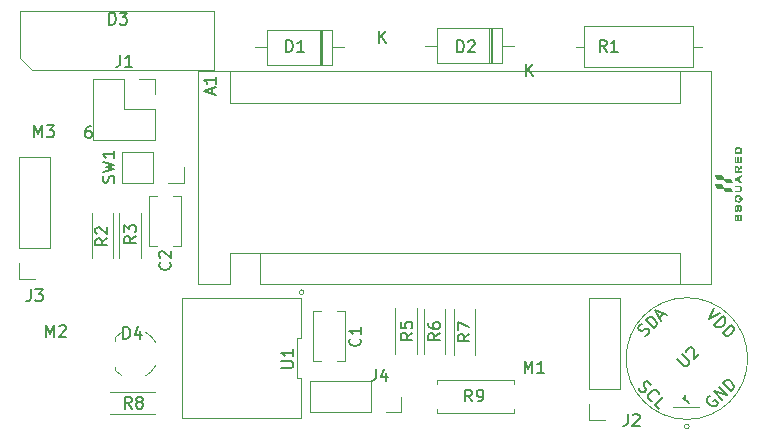
<source format=gto>
%TF.GenerationSoftware,KiCad,Pcbnew,(5.1.8)-1*%
%TF.CreationDate,2021-02-22T22:06:48-05:00*%
%TF.ProjectId,TTS,5454532e-6b69-4636-9164-5f7063625858,rev?*%
%TF.SameCoordinates,Original*%
%TF.FileFunction,Legend,Top*%
%TF.FilePolarity,Positive*%
%FSLAX46Y46*%
G04 Gerber Fmt 4.6, Leading zero omitted, Abs format (unit mm)*
G04 Created by KiCad (PCBNEW (5.1.8)-1) date 2021-02-22 22:06:48*
%MOMM*%
%LPD*%
G01*
G04 APERTURE LIST*
%ADD10C,0.150000*%
%ADD11C,0.120000*%
%ADD12C,0.010000*%
%ADD13C,0.100000*%
G04 APERTURE END LIST*
D10*
X34480476Y-41616380D02*
X34290000Y-41616380D01*
X34194761Y-41664000D01*
X34147142Y-41711619D01*
X34051904Y-41854476D01*
X34004285Y-42044952D01*
X34004285Y-42425904D01*
X34051904Y-42521142D01*
X34099523Y-42568761D01*
X34194761Y-42616380D01*
X34385238Y-42616380D01*
X34480476Y-42568761D01*
X34528095Y-42521142D01*
X34575714Y-42425904D01*
X34575714Y-42187809D01*
X34528095Y-42092571D01*
X34480476Y-42044952D01*
X34385238Y-41997333D01*
X34194761Y-41997333D01*
X34099523Y-42044952D01*
X34051904Y-42092571D01*
X34004285Y-42187809D01*
D11*
%TO.C,R9*%
X63786000Y-63476000D02*
X63786000Y-63146000D01*
X63786000Y-63146000D02*
X70326000Y-63146000D01*
X70326000Y-63146000D02*
X70326000Y-63476000D01*
X63786000Y-65556000D02*
X63786000Y-65886000D01*
X63786000Y-65886000D02*
X70326000Y-65886000D01*
X70326000Y-65886000D02*
X70326000Y-65556000D01*
D12*
%TO.C,G\u002A\u002A\u002A*%
G36*
X87323014Y-45786437D02*
G01*
X87329982Y-45786201D01*
X87341206Y-45785978D01*
X87356370Y-45785768D01*
X87375156Y-45785575D01*
X87397246Y-45785401D01*
X87422322Y-45785248D01*
X87450068Y-45785117D01*
X87480165Y-45785012D01*
X87512296Y-45784934D01*
X87546143Y-45784886D01*
X87580701Y-45784870D01*
X87840781Y-45784870D01*
X87845798Y-45790374D01*
X87847970Y-45793293D01*
X87852535Y-45799835D01*
X87859212Y-45809578D01*
X87867721Y-45822103D01*
X87877781Y-45836989D01*
X87889110Y-45853813D01*
X87901428Y-45872157D01*
X87914455Y-45891597D01*
X87927908Y-45911715D01*
X87941507Y-45932088D01*
X87954972Y-45952296D01*
X87968020Y-45971918D01*
X87980373Y-45990533D01*
X87991748Y-46007720D01*
X88001864Y-46023058D01*
X88010442Y-46036127D01*
X88017199Y-46046505D01*
X88021855Y-46053772D01*
X88024130Y-46057506D01*
X88024293Y-46057837D01*
X88023964Y-46058390D01*
X88022360Y-46058882D01*
X88019223Y-46059316D01*
X88014298Y-46059696D01*
X88007327Y-46060025D01*
X87998055Y-46060307D01*
X87986226Y-46060546D01*
X87971582Y-46060743D01*
X87953869Y-46060904D01*
X87932828Y-46061031D01*
X87908205Y-46061127D01*
X87879742Y-46061196D01*
X87847184Y-46061242D01*
X87810273Y-46061268D01*
X87768755Y-46061276D01*
X87502415Y-46061276D01*
X87411518Y-45924886D01*
X87396072Y-45901682D01*
X87381453Y-45879670D01*
X87367882Y-45859187D01*
X87355584Y-45840571D01*
X87344780Y-45824160D01*
X87335693Y-45810294D01*
X87328545Y-45799311D01*
X87323559Y-45791548D01*
X87320958Y-45787344D01*
X87320621Y-45786683D01*
X87323014Y-45786437D01*
G37*
X87323014Y-45786437D02*
X87329982Y-45786201D01*
X87341206Y-45785978D01*
X87356370Y-45785768D01*
X87375156Y-45785575D01*
X87397246Y-45785401D01*
X87422322Y-45785248D01*
X87450068Y-45785117D01*
X87480165Y-45785012D01*
X87512296Y-45784934D01*
X87546143Y-45784886D01*
X87580701Y-45784870D01*
X87840781Y-45784870D01*
X87845798Y-45790374D01*
X87847970Y-45793293D01*
X87852535Y-45799835D01*
X87859212Y-45809578D01*
X87867721Y-45822103D01*
X87877781Y-45836989D01*
X87889110Y-45853813D01*
X87901428Y-45872157D01*
X87914455Y-45891597D01*
X87927908Y-45911715D01*
X87941507Y-45932088D01*
X87954972Y-45952296D01*
X87968020Y-45971918D01*
X87980373Y-45990533D01*
X87991748Y-46007720D01*
X88001864Y-46023058D01*
X88010442Y-46036127D01*
X88017199Y-46046505D01*
X88021855Y-46053772D01*
X88024130Y-46057506D01*
X88024293Y-46057837D01*
X88023964Y-46058390D01*
X88022360Y-46058882D01*
X88019223Y-46059316D01*
X88014298Y-46059696D01*
X88007327Y-46060025D01*
X87998055Y-46060307D01*
X87986226Y-46060546D01*
X87971582Y-46060743D01*
X87953869Y-46060904D01*
X87932828Y-46061031D01*
X87908205Y-46061127D01*
X87879742Y-46061196D01*
X87847184Y-46061242D01*
X87810273Y-46061268D01*
X87768755Y-46061276D01*
X87502415Y-46061276D01*
X87411518Y-45924886D01*
X87396072Y-45901682D01*
X87381453Y-45879670D01*
X87367882Y-45859187D01*
X87355584Y-45840571D01*
X87344780Y-45824160D01*
X87335693Y-45810294D01*
X87328545Y-45799311D01*
X87323559Y-45791548D01*
X87320958Y-45787344D01*
X87320621Y-45786683D01*
X87323014Y-45786437D01*
G36*
X88028938Y-46061387D02*
G01*
X88031544Y-46060940D01*
X88036313Y-46060545D01*
X88043478Y-46060199D01*
X88053269Y-46059899D01*
X88065918Y-46059642D01*
X88081655Y-46059427D01*
X88100712Y-46059249D01*
X88123319Y-46059107D01*
X88149709Y-46058997D01*
X88180111Y-46058917D01*
X88214757Y-46058865D01*
X88253879Y-46058837D01*
X88288734Y-46058830D01*
X88550456Y-46058830D01*
X88641230Y-46194415D01*
X88656686Y-46217521D01*
X88671312Y-46239426D01*
X88684885Y-46259794D01*
X88697182Y-46278286D01*
X88707978Y-46294566D01*
X88717051Y-46308296D01*
X88724177Y-46319139D01*
X88729131Y-46326757D01*
X88731691Y-46330812D01*
X88732004Y-46331395D01*
X88729610Y-46331583D01*
X88722642Y-46331764D01*
X88711414Y-46331936D01*
X88696244Y-46332097D01*
X88677448Y-46332245D01*
X88655344Y-46332379D01*
X88630247Y-46332497D01*
X88602474Y-46332598D01*
X88572342Y-46332679D01*
X88540168Y-46332739D01*
X88506268Y-46332777D01*
X88470959Y-46332790D01*
X88208676Y-46332790D01*
X88119098Y-46198868D01*
X88103712Y-46175847D01*
X88089123Y-46153986D01*
X88075561Y-46133630D01*
X88063255Y-46115124D01*
X88052435Y-46098815D01*
X88043328Y-46085047D01*
X88036164Y-46074165D01*
X88031172Y-46066515D01*
X88028581Y-46062443D01*
X88028266Y-46061888D01*
X88028938Y-46061387D01*
G37*
X88028938Y-46061387D02*
X88031544Y-46060940D01*
X88036313Y-46060545D01*
X88043478Y-46060199D01*
X88053269Y-46059899D01*
X88065918Y-46059642D01*
X88081655Y-46059427D01*
X88100712Y-46059249D01*
X88123319Y-46059107D01*
X88149709Y-46058997D01*
X88180111Y-46058917D01*
X88214757Y-46058865D01*
X88253879Y-46058837D01*
X88288734Y-46058830D01*
X88550456Y-46058830D01*
X88641230Y-46194415D01*
X88656686Y-46217521D01*
X88671312Y-46239426D01*
X88684885Y-46259794D01*
X88697182Y-46278286D01*
X88707978Y-46294566D01*
X88717051Y-46308296D01*
X88724177Y-46319139D01*
X88729131Y-46326757D01*
X88731691Y-46330812D01*
X88732004Y-46331395D01*
X88729610Y-46331583D01*
X88722642Y-46331764D01*
X88711414Y-46331936D01*
X88696244Y-46332097D01*
X88677448Y-46332245D01*
X88655344Y-46332379D01*
X88630247Y-46332497D01*
X88602474Y-46332598D01*
X88572342Y-46332679D01*
X88540168Y-46332739D01*
X88506268Y-46332777D01*
X88470959Y-46332790D01*
X88208676Y-46332790D01*
X88119098Y-46198868D01*
X88103712Y-46175847D01*
X88089123Y-46153986D01*
X88075561Y-46133630D01*
X88063255Y-46115124D01*
X88052435Y-46098815D01*
X88043328Y-46085047D01*
X88036164Y-46074165D01*
X88031172Y-46066515D01*
X88028581Y-46062443D01*
X88028266Y-46061888D01*
X88028938Y-46061387D01*
G36*
X87322296Y-46552660D02*
G01*
X87327413Y-46552260D01*
X87336107Y-46551915D01*
X87348514Y-46551625D01*
X87364770Y-46551387D01*
X87385012Y-46551203D01*
X87409374Y-46551069D01*
X87437994Y-46550985D01*
X87471006Y-46550951D01*
X87508547Y-46550964D01*
X87550753Y-46551025D01*
X87581739Y-46551091D01*
X87842857Y-46551714D01*
X88025587Y-46824450D01*
X88550972Y-46824450D01*
X88641488Y-46960191D01*
X88656899Y-46983320D01*
X88671483Y-47005244D01*
X88685018Y-47025624D01*
X88697279Y-47044125D01*
X88708045Y-47060407D01*
X88717092Y-47074134D01*
X88724197Y-47084968D01*
X88729138Y-47092573D01*
X88731691Y-47096610D01*
X88732004Y-47097182D01*
X88729610Y-47097345D01*
X88722641Y-47097490D01*
X88711412Y-47097617D01*
X88696240Y-47097725D01*
X88677440Y-47097814D01*
X88655329Y-47097881D01*
X88630224Y-47097928D01*
X88602440Y-47097952D01*
X88572293Y-47097953D01*
X88540101Y-47097931D01*
X88506178Y-47097884D01*
X88470842Y-47097813D01*
X88469663Y-47097810D01*
X88207321Y-47097187D01*
X88116128Y-46960819D01*
X88024934Y-46824450D01*
X87762670Y-46824410D01*
X87500407Y-46824369D01*
X87410514Y-46690066D01*
X87395126Y-46667037D01*
X87380569Y-46645176D01*
X87367069Y-46624827D01*
X87354852Y-46606333D01*
X87344141Y-46590036D01*
X87335162Y-46576280D01*
X87328141Y-46565408D01*
X87323302Y-46557762D01*
X87320870Y-46553686D01*
X87320621Y-46553116D01*
X87322296Y-46552660D01*
G37*
X87322296Y-46552660D02*
X87327413Y-46552260D01*
X87336107Y-46551915D01*
X87348514Y-46551625D01*
X87364770Y-46551387D01*
X87385012Y-46551203D01*
X87409374Y-46551069D01*
X87437994Y-46550985D01*
X87471006Y-46550951D01*
X87508547Y-46550964D01*
X87550753Y-46551025D01*
X87581739Y-46551091D01*
X87842857Y-46551714D01*
X88025587Y-46824450D01*
X88550972Y-46824450D01*
X88641488Y-46960191D01*
X88656899Y-46983320D01*
X88671483Y-47005244D01*
X88685018Y-47025624D01*
X88697279Y-47044125D01*
X88708045Y-47060407D01*
X88717092Y-47074134D01*
X88724197Y-47084968D01*
X88729138Y-47092573D01*
X88731691Y-47096610D01*
X88732004Y-47097182D01*
X88729610Y-47097345D01*
X88722641Y-47097490D01*
X88711412Y-47097617D01*
X88696240Y-47097725D01*
X88677440Y-47097814D01*
X88655329Y-47097881D01*
X88630224Y-47097928D01*
X88602440Y-47097952D01*
X88572293Y-47097953D01*
X88540101Y-47097931D01*
X88506178Y-47097884D01*
X88470842Y-47097813D01*
X88469663Y-47097810D01*
X88207321Y-47097187D01*
X88116128Y-46960819D01*
X88024934Y-46824450D01*
X87762670Y-46824410D01*
X87500407Y-46824369D01*
X87410514Y-46690066D01*
X87395126Y-46667037D01*
X87380569Y-46645176D01*
X87367069Y-46624827D01*
X87354852Y-46606333D01*
X87344141Y-46590036D01*
X87335162Y-46576280D01*
X87328141Y-46565408D01*
X87323302Y-46557762D01*
X87320870Y-46553686D01*
X87320621Y-46553116D01*
X87322296Y-46552660D01*
G36*
X88996199Y-43708986D02*
G01*
X88996275Y-43681063D01*
X88996433Y-43657142D01*
X88996698Y-43636777D01*
X88997094Y-43619522D01*
X88997648Y-43604932D01*
X88998384Y-43592561D01*
X88999327Y-43581965D01*
X89000503Y-43572698D01*
X89001936Y-43564314D01*
X89003653Y-43556367D01*
X89005677Y-43548414D01*
X89007435Y-43542097D01*
X89019114Y-43509380D01*
X89034468Y-43479733D01*
X89053246Y-43453312D01*
X89075196Y-43430269D01*
X89100066Y-43410758D01*
X89127606Y-43394933D01*
X89157563Y-43382948D01*
X89189685Y-43374957D01*
X89223721Y-43371113D01*
X89259420Y-43371570D01*
X89282370Y-43374095D01*
X89319535Y-43381696D01*
X89353863Y-43393123D01*
X89385205Y-43408252D01*
X89413418Y-43426958D01*
X89438354Y-43449118D01*
X89459869Y-43474609D01*
X89477816Y-43503306D01*
X89492050Y-43535085D01*
X89499605Y-43558655D01*
X89506034Y-43582183D01*
X89506843Y-43732005D01*
X89507651Y-43881827D01*
X89048342Y-43881827D01*
X89048342Y-43830460D01*
X89458792Y-43830460D01*
X89457861Y-43716106D01*
X89457634Y-43689315D01*
X89457410Y-43666922D01*
X89457167Y-43648434D01*
X89456881Y-43633359D01*
X89456530Y-43621201D01*
X89456090Y-43611468D01*
X89455538Y-43603667D01*
X89454850Y-43597303D01*
X89454003Y-43591884D01*
X89452974Y-43586916D01*
X89451740Y-43581905D01*
X89451495Y-43580960D01*
X89441258Y-43550775D01*
X89427142Y-43523335D01*
X89409354Y-43498892D01*
X89388101Y-43477699D01*
X89363591Y-43460009D01*
X89343517Y-43449340D01*
X89313595Y-43437905D01*
X89282914Y-43430595D01*
X89252035Y-43427366D01*
X89221517Y-43428171D01*
X89191920Y-43432966D01*
X89163806Y-43441706D01*
X89137733Y-43454344D01*
X89118291Y-43467567D01*
X89101354Y-43483473D01*
X89085779Y-43503137D01*
X89072238Y-43525476D01*
X89061404Y-43549404D01*
X89054992Y-43569535D01*
X89052533Y-43580009D01*
X89050517Y-43590758D01*
X89048916Y-43602328D01*
X89047705Y-43615263D01*
X89046854Y-43630109D01*
X89046337Y-43647412D01*
X89046126Y-43667715D01*
X89046195Y-43691564D01*
X89046515Y-43719504D01*
X89046740Y-43733922D01*
X89048342Y-43830460D01*
X89048342Y-43881827D01*
X88996179Y-43881827D01*
X88996179Y-43741355D01*
X88996199Y-43708986D01*
G37*
X88996199Y-43708986D02*
X88996275Y-43681063D01*
X88996433Y-43657142D01*
X88996698Y-43636777D01*
X88997094Y-43619522D01*
X88997648Y-43604932D01*
X88998384Y-43592561D01*
X88999327Y-43581965D01*
X89000503Y-43572698D01*
X89001936Y-43564314D01*
X89003653Y-43556367D01*
X89005677Y-43548414D01*
X89007435Y-43542097D01*
X89019114Y-43509380D01*
X89034468Y-43479733D01*
X89053246Y-43453312D01*
X89075196Y-43430269D01*
X89100066Y-43410758D01*
X89127606Y-43394933D01*
X89157563Y-43382948D01*
X89189685Y-43374957D01*
X89223721Y-43371113D01*
X89259420Y-43371570D01*
X89282370Y-43374095D01*
X89319535Y-43381696D01*
X89353863Y-43393123D01*
X89385205Y-43408252D01*
X89413418Y-43426958D01*
X89438354Y-43449118D01*
X89459869Y-43474609D01*
X89477816Y-43503306D01*
X89492050Y-43535085D01*
X89499605Y-43558655D01*
X89506034Y-43582183D01*
X89506843Y-43732005D01*
X89507651Y-43881827D01*
X89048342Y-43881827D01*
X89048342Y-43830460D01*
X89458792Y-43830460D01*
X89457861Y-43716106D01*
X89457634Y-43689315D01*
X89457410Y-43666922D01*
X89457167Y-43648434D01*
X89456881Y-43633359D01*
X89456530Y-43621201D01*
X89456090Y-43611468D01*
X89455538Y-43603667D01*
X89454850Y-43597303D01*
X89454003Y-43591884D01*
X89452974Y-43586916D01*
X89451740Y-43581905D01*
X89451495Y-43580960D01*
X89441258Y-43550775D01*
X89427142Y-43523335D01*
X89409354Y-43498892D01*
X89388101Y-43477699D01*
X89363591Y-43460009D01*
X89343517Y-43449340D01*
X89313595Y-43437905D01*
X89282914Y-43430595D01*
X89252035Y-43427366D01*
X89221517Y-43428171D01*
X89191920Y-43432966D01*
X89163806Y-43441706D01*
X89137733Y-43454344D01*
X89118291Y-43467567D01*
X89101354Y-43483473D01*
X89085779Y-43503137D01*
X89072238Y-43525476D01*
X89061404Y-43549404D01*
X89054992Y-43569535D01*
X89052533Y-43580009D01*
X89050517Y-43590758D01*
X89048916Y-43602328D01*
X89047705Y-43615263D01*
X89046854Y-43630109D01*
X89046337Y-43647412D01*
X89046126Y-43667715D01*
X89046195Y-43691564D01*
X89046515Y-43719504D01*
X89046740Y-43733922D01*
X89048342Y-43830460D01*
X89048342Y-43881827D01*
X88996179Y-43881827D01*
X88996179Y-43741355D01*
X88996199Y-43708986D01*
G36*
X89021252Y-44202788D02*
G01*
X89046324Y-44203485D01*
X89046949Y-44405898D01*
X89047575Y-44608310D01*
X89218772Y-44608310D01*
X89218772Y-44265860D01*
X89270139Y-44265860D01*
X89270139Y-44608310D01*
X89456013Y-44608310D01*
X89456638Y-44398560D01*
X89457264Y-44188809D01*
X89507408Y-44187415D01*
X89507408Y-44659678D01*
X88996179Y-44659678D01*
X88996179Y-44202091D01*
X89021252Y-44202788D01*
G37*
X89021252Y-44202788D02*
X89046324Y-44203485D01*
X89046949Y-44405898D01*
X89047575Y-44608310D01*
X89218772Y-44608310D01*
X89218772Y-44265860D01*
X89270139Y-44265860D01*
X89270139Y-44608310D01*
X89456013Y-44608310D01*
X89456638Y-44398560D01*
X89457264Y-44188809D01*
X89507408Y-44187415D01*
X89507408Y-44659678D01*
X88996179Y-44659678D01*
X88996179Y-44202091D01*
X89021252Y-44202788D01*
G36*
X88991832Y-46073852D02*
G01*
X88992510Y-46040781D01*
X89248125Y-45914180D01*
X89281244Y-45897784D01*
X89313144Y-45882003D01*
X89343553Y-45866973D01*
X89372194Y-45852829D01*
X89398795Y-45839706D01*
X89423080Y-45827739D01*
X89444776Y-45817063D01*
X89463608Y-45807812D01*
X89479302Y-45800123D01*
X89491584Y-45794129D01*
X89500180Y-45789967D01*
X89504815Y-45787770D01*
X89505574Y-45787448D01*
X89506302Y-45789677D01*
X89506894Y-45795827D01*
X89507284Y-45804930D01*
X89507408Y-45814862D01*
X89507408Y-45842407D01*
X89419350Y-45886382D01*
X89331291Y-45930357D01*
X89331291Y-46216656D01*
X89419350Y-46260631D01*
X89507408Y-46304606D01*
X89507408Y-46332151D01*
X89507271Y-46343102D01*
X89506899Y-46351989D01*
X89506351Y-46357838D01*
X89505756Y-46359697D01*
X89503373Y-46358636D01*
X89496913Y-46355551D01*
X89486683Y-46350595D01*
X89472988Y-46343916D01*
X89456134Y-46335666D01*
X89436428Y-46325993D01*
X89414175Y-46315050D01*
X89389683Y-46302986D01*
X89363256Y-46289951D01*
X89335202Y-46276096D01*
X89305826Y-46261570D01*
X89298452Y-46257921D01*
X89279077Y-46248337D01*
X89279077Y-46190918D01*
X89279246Y-46188551D01*
X89279404Y-46181764D01*
X89279547Y-46171031D01*
X89279672Y-46156825D01*
X89279776Y-46139618D01*
X89279855Y-46119884D01*
X89279905Y-46098095D01*
X89279923Y-46074723D01*
X89279924Y-46073614D01*
X89279924Y-45956310D01*
X89242621Y-45974273D01*
X89216257Y-45987014D01*
X89190486Y-45999557D01*
X89165673Y-46011718D01*
X89142185Y-46023313D01*
X89120386Y-46034158D01*
X89100642Y-46044069D01*
X89083319Y-46052863D01*
X89068780Y-46060356D01*
X89057393Y-46066363D01*
X89049522Y-46070702D01*
X89045532Y-46073187D01*
X89045101Y-46073650D01*
X89047213Y-46075008D01*
X89053222Y-46078284D01*
X89062638Y-46083231D01*
X89074971Y-46089605D01*
X89089728Y-46097158D01*
X89106421Y-46105645D01*
X89124558Y-46114820D01*
X89143649Y-46124438D01*
X89163204Y-46134251D01*
X89182731Y-46144016D01*
X89201740Y-46153485D01*
X89219740Y-46162413D01*
X89236242Y-46170553D01*
X89250754Y-46177661D01*
X89262787Y-46183490D01*
X89271848Y-46187794D01*
X89277448Y-46190328D01*
X89279077Y-46190918D01*
X89279077Y-46248337D01*
X89267449Y-46242585D01*
X89236743Y-46227406D01*
X89206743Y-46212587D01*
X89177861Y-46198331D01*
X89150509Y-46184840D01*
X89125097Y-46172318D01*
X89102036Y-46160966D01*
X89081739Y-46150988D01*
X89064615Y-46142586D01*
X89051077Y-46135963D01*
X89041977Y-46131535D01*
X88991154Y-46106924D01*
X88991832Y-46073852D01*
G37*
X88991832Y-46073852D02*
X88992510Y-46040781D01*
X89248125Y-45914180D01*
X89281244Y-45897784D01*
X89313144Y-45882003D01*
X89343553Y-45866973D01*
X89372194Y-45852829D01*
X89398795Y-45839706D01*
X89423080Y-45827739D01*
X89444776Y-45817063D01*
X89463608Y-45807812D01*
X89479302Y-45800123D01*
X89491584Y-45794129D01*
X89500180Y-45789967D01*
X89504815Y-45787770D01*
X89505574Y-45787448D01*
X89506302Y-45789677D01*
X89506894Y-45795827D01*
X89507284Y-45804930D01*
X89507408Y-45814862D01*
X89507408Y-45842407D01*
X89419350Y-45886382D01*
X89331291Y-45930357D01*
X89331291Y-46216656D01*
X89419350Y-46260631D01*
X89507408Y-46304606D01*
X89507408Y-46332151D01*
X89507271Y-46343102D01*
X89506899Y-46351989D01*
X89506351Y-46357838D01*
X89505756Y-46359697D01*
X89503373Y-46358636D01*
X89496913Y-46355551D01*
X89486683Y-46350595D01*
X89472988Y-46343916D01*
X89456134Y-46335666D01*
X89436428Y-46325993D01*
X89414175Y-46315050D01*
X89389683Y-46302986D01*
X89363256Y-46289951D01*
X89335202Y-46276096D01*
X89305826Y-46261570D01*
X89298452Y-46257921D01*
X89279077Y-46248337D01*
X89279077Y-46190918D01*
X89279246Y-46188551D01*
X89279404Y-46181764D01*
X89279547Y-46171031D01*
X89279672Y-46156825D01*
X89279776Y-46139618D01*
X89279855Y-46119884D01*
X89279905Y-46098095D01*
X89279923Y-46074723D01*
X89279924Y-46073614D01*
X89279924Y-45956310D01*
X89242621Y-45974273D01*
X89216257Y-45987014D01*
X89190486Y-45999557D01*
X89165673Y-46011718D01*
X89142185Y-46023313D01*
X89120386Y-46034158D01*
X89100642Y-46044069D01*
X89083319Y-46052863D01*
X89068780Y-46060356D01*
X89057393Y-46066363D01*
X89049522Y-46070702D01*
X89045532Y-46073187D01*
X89045101Y-46073650D01*
X89047213Y-46075008D01*
X89053222Y-46078284D01*
X89062638Y-46083231D01*
X89074971Y-46089605D01*
X89089728Y-46097158D01*
X89106421Y-46105645D01*
X89124558Y-46114820D01*
X89143649Y-46124438D01*
X89163204Y-46134251D01*
X89182731Y-46144016D01*
X89201740Y-46153485D01*
X89219740Y-46162413D01*
X89236242Y-46170553D01*
X89250754Y-46177661D01*
X89262787Y-46183490D01*
X89271848Y-46187794D01*
X89277448Y-46190328D01*
X89279077Y-46190918D01*
X89279077Y-46248337D01*
X89267449Y-46242585D01*
X89236743Y-46227406D01*
X89206743Y-46212587D01*
X89177861Y-46198331D01*
X89150509Y-46184840D01*
X89125097Y-46172318D01*
X89102036Y-46160966D01*
X89081739Y-46150988D01*
X89064615Y-46142586D01*
X89051077Y-46135963D01*
X89041977Y-46131535D01*
X88991154Y-46106924D01*
X88991832Y-46073852D01*
G36*
X88996813Y-49405667D02*
G01*
X88996979Y-49371095D01*
X88997144Y-49341064D01*
X88997317Y-49315221D01*
X88997509Y-49293215D01*
X88997727Y-49274694D01*
X88997981Y-49259306D01*
X88998281Y-49246700D01*
X88998636Y-49236523D01*
X88999054Y-49228424D01*
X88999546Y-49222051D01*
X89000120Y-49217052D01*
X89000786Y-49213076D01*
X89001553Y-49209771D01*
X89002011Y-49208146D01*
X89011570Y-49182752D01*
X89023993Y-49161100D01*
X89039163Y-49143311D01*
X89056965Y-49129509D01*
X89077282Y-49119818D01*
X89088839Y-49116435D01*
X89102834Y-49114532D01*
X89119304Y-49114432D01*
X89136234Y-49115996D01*
X89151609Y-49119085D01*
X89158214Y-49121207D01*
X89175034Y-49129618D01*
X89191616Y-49141584D01*
X89206462Y-49155936D01*
X89213068Y-49164047D01*
X89224466Y-49179447D01*
X89230791Y-49166955D01*
X89235535Y-49159328D01*
X89242573Y-49150056D01*
X89250606Y-49140814D01*
X89253017Y-49138298D01*
X89270861Y-49122952D01*
X89290178Y-49111932D01*
X89311531Y-49105012D01*
X89335482Y-49101965D01*
X89343742Y-49101771D01*
X89371083Y-49104000D01*
X89397270Y-49110536D01*
X89421781Y-49121042D01*
X89444095Y-49135179D01*
X89463690Y-49152609D01*
X89480045Y-49172993D01*
X89492639Y-49195995D01*
X89494024Y-49199285D01*
X89496508Y-49205524D01*
X89498665Y-49211422D01*
X89500517Y-49217361D01*
X89502087Y-49223722D01*
X89503399Y-49230887D01*
X89504475Y-49239238D01*
X89505340Y-49249157D01*
X89506016Y-49261026D01*
X89506526Y-49275227D01*
X89506894Y-49292140D01*
X89507142Y-49312149D01*
X89507295Y-49335636D01*
X89507374Y-49362981D01*
X89507404Y-49394566D01*
X89507408Y-49419629D01*
X89507408Y-49588511D01*
X89458487Y-49588511D01*
X89458487Y-49537143D01*
X89458458Y-49399552D01*
X89458426Y-49368187D01*
X89458339Y-49341366D01*
X89458190Y-49318738D01*
X89457971Y-49299955D01*
X89457674Y-49284669D01*
X89457292Y-49272529D01*
X89456817Y-49263187D01*
X89456241Y-49256294D01*
X89455556Y-49251501D01*
X89455157Y-49249730D01*
X89446818Y-49227320D01*
X89434766Y-49207642D01*
X89419460Y-49191055D01*
X89401359Y-49177922D01*
X89380925Y-49168603D01*
X89358616Y-49163459D01*
X89344114Y-49162526D01*
X89333053Y-49162719D01*
X89324903Y-49163648D01*
X89317689Y-49165728D01*
X89309441Y-49169372D01*
X89307868Y-49170141D01*
X89292507Y-49179929D01*
X89280164Y-49192847D01*
X89270586Y-49209269D01*
X89263518Y-49229569D01*
X89261481Y-49238168D01*
X89260704Y-49242745D01*
X89260044Y-49248823D01*
X89259492Y-49256778D01*
X89259041Y-49266989D01*
X89258680Y-49279834D01*
X89258402Y-49295691D01*
X89258199Y-49314938D01*
X89258062Y-49337953D01*
X89257982Y-49365115D01*
X89257951Y-49395882D01*
X89257909Y-49537143D01*
X89458487Y-49537143D01*
X89458487Y-49588511D01*
X89048332Y-49588511D01*
X89048332Y-49537143D01*
X89206541Y-49537143D01*
X89206541Y-49399274D01*
X89206496Y-49369348D01*
X89206364Y-49341886D01*
X89206151Y-49317236D01*
X89205862Y-49295741D01*
X89205504Y-49277751D01*
X89205081Y-49263609D01*
X89204600Y-49253664D01*
X89204067Y-49248260D01*
X89204061Y-49248229D01*
X89197844Y-49227718D01*
X89187547Y-49209209D01*
X89173682Y-49193413D01*
X89156765Y-49181042D01*
X89154736Y-49179919D01*
X89145728Y-49175423D01*
X89138323Y-49172909D01*
X89130268Y-49171823D01*
X89120929Y-49171609D01*
X89110321Y-49171910D01*
X89102482Y-49173143D01*
X89095310Y-49175791D01*
X89089425Y-49178816D01*
X89075108Y-49189198D01*
X89063738Y-49203110D01*
X89055215Y-49220729D01*
X89049442Y-49242229D01*
X89047644Y-49253778D01*
X89046836Y-49263194D01*
X89046185Y-49276964D01*
X89045693Y-49294549D01*
X89045362Y-49315414D01*
X89045195Y-49339021D01*
X89045193Y-49364834D01*
X89045359Y-49392315D01*
X89045695Y-49420929D01*
X89046204Y-49450137D01*
X89046721Y-49472934D01*
X89048332Y-49537143D01*
X89048332Y-49588511D01*
X88995975Y-49588511D01*
X88996813Y-49405667D01*
G37*
X88996813Y-49405667D02*
X88996979Y-49371095D01*
X88997144Y-49341064D01*
X88997317Y-49315221D01*
X88997509Y-49293215D01*
X88997727Y-49274694D01*
X88997981Y-49259306D01*
X88998281Y-49246700D01*
X88998636Y-49236523D01*
X88999054Y-49228424D01*
X88999546Y-49222051D01*
X89000120Y-49217052D01*
X89000786Y-49213076D01*
X89001553Y-49209771D01*
X89002011Y-49208146D01*
X89011570Y-49182752D01*
X89023993Y-49161100D01*
X89039163Y-49143311D01*
X89056965Y-49129509D01*
X89077282Y-49119818D01*
X89088839Y-49116435D01*
X89102834Y-49114532D01*
X89119304Y-49114432D01*
X89136234Y-49115996D01*
X89151609Y-49119085D01*
X89158214Y-49121207D01*
X89175034Y-49129618D01*
X89191616Y-49141584D01*
X89206462Y-49155936D01*
X89213068Y-49164047D01*
X89224466Y-49179447D01*
X89230791Y-49166955D01*
X89235535Y-49159328D01*
X89242573Y-49150056D01*
X89250606Y-49140814D01*
X89253017Y-49138298D01*
X89270861Y-49122952D01*
X89290178Y-49111932D01*
X89311531Y-49105012D01*
X89335482Y-49101965D01*
X89343742Y-49101771D01*
X89371083Y-49104000D01*
X89397270Y-49110536D01*
X89421781Y-49121042D01*
X89444095Y-49135179D01*
X89463690Y-49152609D01*
X89480045Y-49172993D01*
X89492639Y-49195995D01*
X89494024Y-49199285D01*
X89496508Y-49205524D01*
X89498665Y-49211422D01*
X89500517Y-49217361D01*
X89502087Y-49223722D01*
X89503399Y-49230887D01*
X89504475Y-49239238D01*
X89505340Y-49249157D01*
X89506016Y-49261026D01*
X89506526Y-49275227D01*
X89506894Y-49292140D01*
X89507142Y-49312149D01*
X89507295Y-49335636D01*
X89507374Y-49362981D01*
X89507404Y-49394566D01*
X89507408Y-49419629D01*
X89507408Y-49588511D01*
X89458487Y-49588511D01*
X89458487Y-49537143D01*
X89458458Y-49399552D01*
X89458426Y-49368187D01*
X89458339Y-49341366D01*
X89458190Y-49318738D01*
X89457971Y-49299955D01*
X89457674Y-49284669D01*
X89457292Y-49272529D01*
X89456817Y-49263187D01*
X89456241Y-49256294D01*
X89455556Y-49251501D01*
X89455157Y-49249730D01*
X89446818Y-49227320D01*
X89434766Y-49207642D01*
X89419460Y-49191055D01*
X89401359Y-49177922D01*
X89380925Y-49168603D01*
X89358616Y-49163459D01*
X89344114Y-49162526D01*
X89333053Y-49162719D01*
X89324903Y-49163648D01*
X89317689Y-49165728D01*
X89309441Y-49169372D01*
X89307868Y-49170141D01*
X89292507Y-49179929D01*
X89280164Y-49192847D01*
X89270586Y-49209269D01*
X89263518Y-49229569D01*
X89261481Y-49238168D01*
X89260704Y-49242745D01*
X89260044Y-49248823D01*
X89259492Y-49256778D01*
X89259041Y-49266989D01*
X89258680Y-49279834D01*
X89258402Y-49295691D01*
X89258199Y-49314938D01*
X89258062Y-49337953D01*
X89257982Y-49365115D01*
X89257951Y-49395882D01*
X89257909Y-49537143D01*
X89458487Y-49537143D01*
X89458487Y-49588511D01*
X89048332Y-49588511D01*
X89048332Y-49537143D01*
X89206541Y-49537143D01*
X89206541Y-49399274D01*
X89206496Y-49369348D01*
X89206364Y-49341886D01*
X89206151Y-49317236D01*
X89205862Y-49295741D01*
X89205504Y-49277751D01*
X89205081Y-49263609D01*
X89204600Y-49253664D01*
X89204067Y-49248260D01*
X89204061Y-49248229D01*
X89197844Y-49227718D01*
X89187547Y-49209209D01*
X89173682Y-49193413D01*
X89156765Y-49181042D01*
X89154736Y-49179919D01*
X89145728Y-49175423D01*
X89138323Y-49172909D01*
X89130268Y-49171823D01*
X89120929Y-49171609D01*
X89110321Y-49171910D01*
X89102482Y-49173143D01*
X89095310Y-49175791D01*
X89089425Y-49178816D01*
X89075108Y-49189198D01*
X89063738Y-49203110D01*
X89055215Y-49220729D01*
X89049442Y-49242229D01*
X89047644Y-49253778D01*
X89046836Y-49263194D01*
X89046185Y-49276964D01*
X89045693Y-49294549D01*
X89045362Y-49315414D01*
X89045195Y-49339021D01*
X89045193Y-49364834D01*
X89045359Y-49392315D01*
X89045695Y-49420929D01*
X89046204Y-49450137D01*
X89046721Y-49472934D01*
X89048332Y-49537143D01*
X89048332Y-49588511D01*
X88995975Y-49588511D01*
X88996813Y-49405667D01*
G36*
X88996194Y-45330513D02*
G01*
X88996216Y-45295441D01*
X88996280Y-45264909D01*
X88996392Y-45238563D01*
X88996560Y-45216051D01*
X88996789Y-45197018D01*
X88997085Y-45181114D01*
X88997456Y-45167983D01*
X88997908Y-45157275D01*
X88998446Y-45148635D01*
X88999078Y-45141710D01*
X88999732Y-45136662D01*
X89005758Y-45106555D01*
X89014199Y-45080369D01*
X89025247Y-45057665D01*
X89039097Y-45038006D01*
X89047456Y-45028856D01*
X89065081Y-45013861D01*
X89084271Y-45002985D01*
X89105605Y-44996005D01*
X89129666Y-44992695D01*
X89141721Y-44992343D01*
X89153860Y-44992785D01*
X89166165Y-44993957D01*
X89176382Y-44995629D01*
X89178284Y-44996082D01*
X89201646Y-45004653D01*
X89223151Y-45017555D01*
X89242406Y-45034453D01*
X89259023Y-45055012D01*
X89271171Y-45075902D01*
X89277035Y-45089010D01*
X89282453Y-45103292D01*
X89287024Y-45117470D01*
X89290349Y-45130265D01*
X89292029Y-45140398D01*
X89292154Y-45143024D01*
X89293135Y-45148060D01*
X89294644Y-45150142D01*
X89297898Y-45150090D01*
X89304979Y-45148770D01*
X89315054Y-45146407D01*
X89327290Y-45143226D01*
X89340857Y-45139452D01*
X89354921Y-45135310D01*
X89368650Y-45131026D01*
X89381213Y-45126823D01*
X89382358Y-45126421D01*
X89406400Y-45117046D01*
X89425904Y-45107358D01*
X89441227Y-45097061D01*
X89452722Y-45085857D01*
X89460745Y-45073448D01*
X89465652Y-45059537D01*
X89466392Y-45056009D01*
X89467356Y-45041550D01*
X89465627Y-45023502D01*
X89461259Y-45002325D01*
X89459434Y-44995401D01*
X89458923Y-44992908D01*
X89459603Y-44991312D01*
X89462311Y-44990411D01*
X89467881Y-44990007D01*
X89477148Y-44989901D01*
X89482489Y-44989897D01*
X89507061Y-44989897D01*
X89510729Y-45002739D01*
X89515440Y-45022642D01*
X89518403Y-45042643D01*
X89519547Y-45061594D01*
X89518801Y-45078351D01*
X89516209Y-45091409D01*
X89509388Y-45107871D01*
X89499716Y-45122688D01*
X89486857Y-45136109D01*
X89470474Y-45148384D01*
X89450231Y-45159763D01*
X89425791Y-45170495D01*
X89396818Y-45180831D01*
X89394868Y-45181463D01*
X89379154Y-45186384D01*
X89361478Y-45191685D01*
X89344116Y-45196695D01*
X89330679Y-45200389D01*
X89299492Y-45208669D01*
X89299492Y-45449759D01*
X89507408Y-45449759D01*
X89507408Y-45501126D01*
X89048344Y-45501126D01*
X89048344Y-45449759D01*
X89253262Y-45449759D01*
X89252444Y-45301160D01*
X89252264Y-45270201D01*
X89252083Y-45243740D01*
X89251887Y-45221381D01*
X89251665Y-45202732D01*
X89251403Y-45187396D01*
X89251089Y-45174979D01*
X89250709Y-45165088D01*
X89250251Y-45157326D01*
X89249703Y-45151300D01*
X89249051Y-45146616D01*
X89248282Y-45142878D01*
X89247385Y-45139692D01*
X89247196Y-45139108D01*
X89237253Y-45115288D01*
X89224297Y-45095255D01*
X89208180Y-45078829D01*
X89188754Y-45065831D01*
X89184848Y-45063818D01*
X89175166Y-45059251D01*
X89167617Y-45056534D01*
X89160158Y-45055193D01*
X89150744Y-45054757D01*
X89145526Y-45054730D01*
X89127280Y-45055766D01*
X89112236Y-45059177D01*
X89099091Y-45065420D01*
X89086546Y-45074954D01*
X89085492Y-45075907D01*
X89071972Y-45091484D01*
X89061256Y-45110798D01*
X89053716Y-45132890D01*
X89051796Y-45141268D01*
X89050182Y-45150400D01*
X89048860Y-45160716D01*
X89047813Y-45172642D01*
X89047026Y-45186608D01*
X89046483Y-45203042D01*
X89046169Y-45222373D01*
X89046068Y-45245029D01*
X89046164Y-45271439D01*
X89046441Y-45302031D01*
X89046712Y-45324397D01*
X89048344Y-45449759D01*
X89048344Y-45501126D01*
X88996179Y-45501126D01*
X88996194Y-45330513D01*
G37*
X88996194Y-45330513D02*
X88996216Y-45295441D01*
X88996280Y-45264909D01*
X88996392Y-45238563D01*
X88996560Y-45216051D01*
X88996789Y-45197018D01*
X88997085Y-45181114D01*
X88997456Y-45167983D01*
X88997908Y-45157275D01*
X88998446Y-45148635D01*
X88999078Y-45141710D01*
X88999732Y-45136662D01*
X89005758Y-45106555D01*
X89014199Y-45080369D01*
X89025247Y-45057665D01*
X89039097Y-45038006D01*
X89047456Y-45028856D01*
X89065081Y-45013861D01*
X89084271Y-45002985D01*
X89105605Y-44996005D01*
X89129666Y-44992695D01*
X89141721Y-44992343D01*
X89153860Y-44992785D01*
X89166165Y-44993957D01*
X89176382Y-44995629D01*
X89178284Y-44996082D01*
X89201646Y-45004653D01*
X89223151Y-45017555D01*
X89242406Y-45034453D01*
X89259023Y-45055012D01*
X89271171Y-45075902D01*
X89277035Y-45089010D01*
X89282453Y-45103292D01*
X89287024Y-45117470D01*
X89290349Y-45130265D01*
X89292029Y-45140398D01*
X89292154Y-45143024D01*
X89293135Y-45148060D01*
X89294644Y-45150142D01*
X89297898Y-45150090D01*
X89304979Y-45148770D01*
X89315054Y-45146407D01*
X89327290Y-45143226D01*
X89340857Y-45139452D01*
X89354921Y-45135310D01*
X89368650Y-45131026D01*
X89381213Y-45126823D01*
X89382358Y-45126421D01*
X89406400Y-45117046D01*
X89425904Y-45107358D01*
X89441227Y-45097061D01*
X89452722Y-45085857D01*
X89460745Y-45073448D01*
X89465652Y-45059537D01*
X89466392Y-45056009D01*
X89467356Y-45041550D01*
X89465627Y-45023502D01*
X89461259Y-45002325D01*
X89459434Y-44995401D01*
X89458923Y-44992908D01*
X89459603Y-44991312D01*
X89462311Y-44990411D01*
X89467881Y-44990007D01*
X89477148Y-44989901D01*
X89482489Y-44989897D01*
X89507061Y-44989897D01*
X89510729Y-45002739D01*
X89515440Y-45022642D01*
X89518403Y-45042643D01*
X89519547Y-45061594D01*
X89518801Y-45078351D01*
X89516209Y-45091409D01*
X89509388Y-45107871D01*
X89499716Y-45122688D01*
X89486857Y-45136109D01*
X89470474Y-45148384D01*
X89450231Y-45159763D01*
X89425791Y-45170495D01*
X89396818Y-45180831D01*
X89394868Y-45181463D01*
X89379154Y-45186384D01*
X89361478Y-45191685D01*
X89344116Y-45196695D01*
X89330679Y-45200389D01*
X89299492Y-45208669D01*
X89299492Y-45449759D01*
X89507408Y-45449759D01*
X89507408Y-45501126D01*
X89048344Y-45501126D01*
X89048344Y-45449759D01*
X89253262Y-45449759D01*
X89252444Y-45301160D01*
X89252264Y-45270201D01*
X89252083Y-45243740D01*
X89251887Y-45221381D01*
X89251665Y-45202732D01*
X89251403Y-45187396D01*
X89251089Y-45174979D01*
X89250709Y-45165088D01*
X89250251Y-45157326D01*
X89249703Y-45151300D01*
X89249051Y-45146616D01*
X89248282Y-45142878D01*
X89247385Y-45139692D01*
X89247196Y-45139108D01*
X89237253Y-45115288D01*
X89224297Y-45095255D01*
X89208180Y-45078829D01*
X89188754Y-45065831D01*
X89184848Y-45063818D01*
X89175166Y-45059251D01*
X89167617Y-45056534D01*
X89160158Y-45055193D01*
X89150744Y-45054757D01*
X89145526Y-45054730D01*
X89127280Y-45055766D01*
X89112236Y-45059177D01*
X89099091Y-45065420D01*
X89086546Y-45074954D01*
X89085492Y-45075907D01*
X89071972Y-45091484D01*
X89061256Y-45110798D01*
X89053716Y-45132890D01*
X89051796Y-45141268D01*
X89050182Y-45150400D01*
X89048860Y-45160716D01*
X89047813Y-45172642D01*
X89047026Y-45186608D01*
X89046483Y-45203042D01*
X89046169Y-45222373D01*
X89046068Y-45245029D01*
X89046164Y-45271439D01*
X89046441Y-45302031D01*
X89046712Y-45324397D01*
X89048344Y-45449759D01*
X89048344Y-45501126D01*
X88996179Y-45501126D01*
X88996194Y-45330513D01*
G36*
X89170462Y-47085609D02*
G01*
X89204095Y-47085451D01*
X89233196Y-47085293D01*
X89258124Y-47085126D01*
X89279240Y-47084939D01*
X89296904Y-47084722D01*
X89311476Y-47084466D01*
X89323314Y-47084160D01*
X89332781Y-47083794D01*
X89340234Y-47083359D01*
X89346035Y-47082844D01*
X89350543Y-47082239D01*
X89354118Y-47081534D01*
X89357120Y-47080719D01*
X89358198Y-47080375D01*
X89384182Y-47069517D01*
X89406760Y-47055232D01*
X89425981Y-47037461D01*
X89441894Y-47016144D01*
X89454549Y-46991220D01*
X89463995Y-46962631D01*
X89467387Y-46947672D01*
X89470040Y-46929027D01*
X89471482Y-46907282D01*
X89471727Y-46884071D01*
X89470791Y-46861030D01*
X89468687Y-46839794D01*
X89466319Y-46825887D01*
X89458257Y-46797567D01*
X89446824Y-46772015D01*
X89432268Y-46749581D01*
X89414836Y-46730614D01*
X89394777Y-46715463D01*
X89383882Y-46709450D01*
X89377947Y-46706535D01*
X89372607Y-46704005D01*
X89367481Y-46701832D01*
X89362191Y-46699987D01*
X89356358Y-46698440D01*
X89349602Y-46697163D01*
X89341545Y-46696127D01*
X89331806Y-46695303D01*
X89320008Y-46694661D01*
X89305771Y-46694173D01*
X89288715Y-46693810D01*
X89268463Y-46693543D01*
X89244634Y-46693343D01*
X89216849Y-46693181D01*
X89184730Y-46693027D01*
X89168016Y-46692950D01*
X88996179Y-46692147D01*
X88996179Y-46640816D01*
X89176577Y-46641584D01*
X89210579Y-46641730D01*
X89240051Y-46641868D01*
X89265356Y-46642008D01*
X89286856Y-46642163D01*
X89304913Y-46642343D01*
X89319891Y-46642562D01*
X89332152Y-46642829D01*
X89342057Y-46643158D01*
X89349970Y-46643559D01*
X89356252Y-46644044D01*
X89361267Y-46644624D01*
X89365377Y-46645313D01*
X89368943Y-46646120D01*
X89372330Y-46647058D01*
X89375320Y-46647961D01*
X89404909Y-46659364D01*
X89431341Y-46674490D01*
X89454586Y-46693302D01*
X89474614Y-46715761D01*
X89491395Y-46741827D01*
X89504897Y-46771463D01*
X89515092Y-46804628D01*
X89520931Y-46834235D01*
X89522561Y-46848835D01*
X89523620Y-46866711D01*
X89524094Y-46886278D01*
X89523969Y-46905952D01*
X89523233Y-46924148D01*
X89521869Y-46939282D01*
X89521852Y-46939416D01*
X89517932Y-46961624D01*
X89512006Y-46984874D01*
X89504650Y-47007177D01*
X89496608Y-47026211D01*
X89480739Y-47053941D01*
X89461974Y-47077745D01*
X89440192Y-47097728D01*
X89415275Y-47113992D01*
X89387101Y-47126641D01*
X89375320Y-47130581D01*
X89371804Y-47131639D01*
X89368413Y-47132556D01*
X89364786Y-47133344D01*
X89360561Y-47134015D01*
X89355374Y-47134580D01*
X89348863Y-47135051D01*
X89340666Y-47135440D01*
X89330421Y-47135758D01*
X89317764Y-47136017D01*
X89302334Y-47136229D01*
X89283768Y-47136405D01*
X89261704Y-47136557D01*
X89235779Y-47136696D01*
X89205631Y-47136834D01*
X89176577Y-47136959D01*
X88996179Y-47137727D01*
X88996179Y-47086393D01*
X89170462Y-47085609D01*
G37*
X89170462Y-47085609D02*
X89204095Y-47085451D01*
X89233196Y-47085293D01*
X89258124Y-47085126D01*
X89279240Y-47084939D01*
X89296904Y-47084722D01*
X89311476Y-47084466D01*
X89323314Y-47084160D01*
X89332781Y-47083794D01*
X89340234Y-47083359D01*
X89346035Y-47082844D01*
X89350543Y-47082239D01*
X89354118Y-47081534D01*
X89357120Y-47080719D01*
X89358198Y-47080375D01*
X89384182Y-47069517D01*
X89406760Y-47055232D01*
X89425981Y-47037461D01*
X89441894Y-47016144D01*
X89454549Y-46991220D01*
X89463995Y-46962631D01*
X89467387Y-46947672D01*
X89470040Y-46929027D01*
X89471482Y-46907282D01*
X89471727Y-46884071D01*
X89470791Y-46861030D01*
X89468687Y-46839794D01*
X89466319Y-46825887D01*
X89458257Y-46797567D01*
X89446824Y-46772015D01*
X89432268Y-46749581D01*
X89414836Y-46730614D01*
X89394777Y-46715463D01*
X89383882Y-46709450D01*
X89377947Y-46706535D01*
X89372607Y-46704005D01*
X89367481Y-46701832D01*
X89362191Y-46699987D01*
X89356358Y-46698440D01*
X89349602Y-46697163D01*
X89341545Y-46696127D01*
X89331806Y-46695303D01*
X89320008Y-46694661D01*
X89305771Y-46694173D01*
X89288715Y-46693810D01*
X89268463Y-46693543D01*
X89244634Y-46693343D01*
X89216849Y-46693181D01*
X89184730Y-46693027D01*
X89168016Y-46692950D01*
X88996179Y-46692147D01*
X88996179Y-46640816D01*
X89176577Y-46641584D01*
X89210579Y-46641730D01*
X89240051Y-46641868D01*
X89265356Y-46642008D01*
X89286856Y-46642163D01*
X89304913Y-46642343D01*
X89319891Y-46642562D01*
X89332152Y-46642829D01*
X89342057Y-46643158D01*
X89349970Y-46643559D01*
X89356252Y-46644044D01*
X89361267Y-46644624D01*
X89365377Y-46645313D01*
X89368943Y-46646120D01*
X89372330Y-46647058D01*
X89375320Y-46647961D01*
X89404909Y-46659364D01*
X89431341Y-46674490D01*
X89454586Y-46693302D01*
X89474614Y-46715761D01*
X89491395Y-46741827D01*
X89504897Y-46771463D01*
X89515092Y-46804628D01*
X89520931Y-46834235D01*
X89522561Y-46848835D01*
X89523620Y-46866711D01*
X89524094Y-46886278D01*
X89523969Y-46905952D01*
X89523233Y-46924148D01*
X89521869Y-46939282D01*
X89521852Y-46939416D01*
X89517932Y-46961624D01*
X89512006Y-46984874D01*
X89504650Y-47007177D01*
X89496608Y-47026211D01*
X89480739Y-47053941D01*
X89461974Y-47077745D01*
X89440192Y-47097728D01*
X89415275Y-47113992D01*
X89387101Y-47126641D01*
X89375320Y-47130581D01*
X89371804Y-47131639D01*
X89368413Y-47132556D01*
X89364786Y-47133344D01*
X89360561Y-47134015D01*
X89355374Y-47134580D01*
X89348863Y-47135051D01*
X89340666Y-47135440D01*
X89330421Y-47135758D01*
X89317764Y-47136017D01*
X89302334Y-47136229D01*
X89283768Y-47136405D01*
X89261704Y-47136557D01*
X89235779Y-47136696D01*
X89205631Y-47136834D01*
X89176577Y-47136959D01*
X88996179Y-47137727D01*
X88996179Y-47086393D01*
X89170462Y-47085609D01*
G36*
X88980132Y-48526827D02*
G01*
X88980995Y-48505577D01*
X88982541Y-48486803D01*
X88984740Y-48471879D01*
X88993343Y-48436297D01*
X89004228Y-48404897D01*
X89017514Y-48377473D01*
X89033322Y-48353819D01*
X89051771Y-48333727D01*
X89072983Y-48316991D01*
X89075954Y-48315048D01*
X89084102Y-48310390D01*
X89093885Y-48305621D01*
X89104266Y-48301143D01*
X89114208Y-48297354D01*
X89122676Y-48294657D01*
X89128633Y-48293451D01*
X89130881Y-48293816D01*
X89132553Y-48296817D01*
X89135502Y-48303262D01*
X89139230Y-48312033D01*
X89141371Y-48317295D01*
X89145317Y-48327386D01*
X89147496Y-48333861D01*
X89148080Y-48337597D01*
X89147242Y-48339468D01*
X89145862Y-48340151D01*
X89123644Y-48349100D01*
X89104258Y-48361138D01*
X89086393Y-48377105D01*
X89083775Y-48379878D01*
X89066966Y-48401584D01*
X89053277Y-48426957D01*
X89042748Y-48455862D01*
X89035423Y-48488161D01*
X89031344Y-48523719D01*
X89030439Y-48552231D01*
X89031729Y-48587609D01*
X89035522Y-48619763D01*
X89041747Y-48648505D01*
X89050332Y-48673645D01*
X89061208Y-48694992D01*
X89074303Y-48712357D01*
X89089547Y-48725550D01*
X89096712Y-48729876D01*
X89106304Y-48734575D01*
X89114275Y-48737140D01*
X89123041Y-48738195D01*
X89129490Y-48738362D01*
X89144744Y-48737201D01*
X89156898Y-48733056D01*
X89167109Y-48725353D01*
X89175001Y-48715755D01*
X89180544Y-48706860D01*
X89185513Y-48696568D01*
X89190003Y-48684451D01*
X89194107Y-48670080D01*
X89197918Y-48653027D01*
X89201532Y-48632864D01*
X89205041Y-48609164D01*
X89208541Y-48581497D01*
X89212124Y-48549437D01*
X89212694Y-48544038D01*
X89216760Y-48507417D01*
X89220845Y-48475266D01*
X89225046Y-48447164D01*
X89229459Y-48422691D01*
X89234181Y-48401426D01*
X89239310Y-48382947D01*
X89244941Y-48366834D01*
X89251172Y-48352665D01*
X89258099Y-48340021D01*
X89260430Y-48336302D01*
X89274746Y-48317405D01*
X89290514Y-48303051D01*
X89308170Y-48292999D01*
X89328151Y-48287008D01*
X89350892Y-48284836D01*
X89353306Y-48284820D01*
X89379965Y-48287036D01*
X89404615Y-48293702D01*
X89427399Y-48304875D01*
X89448462Y-48320613D01*
X89452399Y-48324236D01*
X89470418Y-48343856D01*
X89485783Y-48366123D01*
X89498701Y-48391470D01*
X89509380Y-48420333D01*
X89518025Y-48453146D01*
X89521191Y-48468693D01*
X89522645Y-48479221D01*
X89523880Y-48493514D01*
X89524868Y-48510447D01*
X89525580Y-48528897D01*
X89525988Y-48547738D01*
X89526064Y-48565848D01*
X89525778Y-48582102D01*
X89525103Y-48595375D01*
X89524543Y-48601093D01*
X89518270Y-48638755D01*
X89509346Y-48673107D01*
X89497868Y-48703971D01*
X89483934Y-48731170D01*
X89467641Y-48754527D01*
X89449087Y-48773864D01*
X89428369Y-48789004D01*
X89418376Y-48794395D01*
X89407117Y-48799347D01*
X89395998Y-48803364D01*
X89386027Y-48806172D01*
X89378216Y-48807498D01*
X89373571Y-48807069D01*
X89373037Y-48806671D01*
X89371320Y-48803584D01*
X89368303Y-48797099D01*
X89364507Y-48788357D01*
X89362536Y-48783634D01*
X89353923Y-48762724D01*
X89370862Y-48757387D01*
X89392305Y-48748128D01*
X89411410Y-48734690D01*
X89428096Y-48717235D01*
X89442286Y-48695922D01*
X89453900Y-48670913D01*
X89462858Y-48642368D01*
X89469082Y-48610447D01*
X89472492Y-48575312D01*
X89473163Y-48549775D01*
X89471991Y-48513596D01*
X89468390Y-48481080D01*
X89462232Y-48451574D01*
X89453391Y-48424425D01*
X89445086Y-48405549D01*
X89432535Y-48384209D01*
X89417882Y-48366878D01*
X89401370Y-48353819D01*
X89393285Y-48349351D01*
X89385372Y-48345858D01*
X89378243Y-48343758D01*
X89370109Y-48342705D01*
X89359178Y-48342353D01*
X89356975Y-48342338D01*
X89343467Y-48342704D01*
X89333349Y-48344307D01*
X89325166Y-48347692D01*
X89317463Y-48353404D01*
X89311189Y-48359477D01*
X89304039Y-48367945D01*
X89297657Y-48378023D01*
X89291955Y-48390078D01*
X89286844Y-48404479D01*
X89282238Y-48421594D01*
X89278049Y-48441791D01*
X89274188Y-48465439D01*
X89270568Y-48492905D01*
X89267102Y-48524559D01*
X89263991Y-48557492D01*
X89260388Y-48594147D01*
X89256465Y-48626339D01*
X89252138Y-48654487D01*
X89247324Y-48679015D01*
X89241938Y-48700344D01*
X89235898Y-48718895D01*
X89229120Y-48735091D01*
X89228561Y-48736262D01*
X89216475Y-48757251D01*
X89202549Y-48773767D01*
X89186616Y-48785930D01*
X89168508Y-48793864D01*
X89148057Y-48797692D01*
X89144446Y-48797937D01*
X89119031Y-48797050D01*
X89095451Y-48791668D01*
X89073768Y-48781855D01*
X89054039Y-48767675D01*
X89036325Y-48749193D01*
X89020687Y-48726472D01*
X89007183Y-48699575D01*
X88995874Y-48668568D01*
X88986820Y-48633514D01*
X88985775Y-48628486D01*
X88983345Y-48612739D01*
X88981558Y-48593508D01*
X88980421Y-48571984D01*
X88979943Y-48549360D01*
X88980132Y-48526827D01*
G37*
X88980132Y-48526827D02*
X88980995Y-48505577D01*
X88982541Y-48486803D01*
X88984740Y-48471879D01*
X88993343Y-48436297D01*
X89004228Y-48404897D01*
X89017514Y-48377473D01*
X89033322Y-48353819D01*
X89051771Y-48333727D01*
X89072983Y-48316991D01*
X89075954Y-48315048D01*
X89084102Y-48310390D01*
X89093885Y-48305621D01*
X89104266Y-48301143D01*
X89114208Y-48297354D01*
X89122676Y-48294657D01*
X89128633Y-48293451D01*
X89130881Y-48293816D01*
X89132553Y-48296817D01*
X89135502Y-48303262D01*
X89139230Y-48312033D01*
X89141371Y-48317295D01*
X89145317Y-48327386D01*
X89147496Y-48333861D01*
X89148080Y-48337597D01*
X89147242Y-48339468D01*
X89145862Y-48340151D01*
X89123644Y-48349100D01*
X89104258Y-48361138D01*
X89086393Y-48377105D01*
X89083775Y-48379878D01*
X89066966Y-48401584D01*
X89053277Y-48426957D01*
X89042748Y-48455862D01*
X89035423Y-48488161D01*
X89031344Y-48523719D01*
X89030439Y-48552231D01*
X89031729Y-48587609D01*
X89035522Y-48619763D01*
X89041747Y-48648505D01*
X89050332Y-48673645D01*
X89061208Y-48694992D01*
X89074303Y-48712357D01*
X89089547Y-48725550D01*
X89096712Y-48729876D01*
X89106304Y-48734575D01*
X89114275Y-48737140D01*
X89123041Y-48738195D01*
X89129490Y-48738362D01*
X89144744Y-48737201D01*
X89156898Y-48733056D01*
X89167109Y-48725353D01*
X89175001Y-48715755D01*
X89180544Y-48706860D01*
X89185513Y-48696568D01*
X89190003Y-48684451D01*
X89194107Y-48670080D01*
X89197918Y-48653027D01*
X89201532Y-48632864D01*
X89205041Y-48609164D01*
X89208541Y-48581497D01*
X89212124Y-48549437D01*
X89212694Y-48544038D01*
X89216760Y-48507417D01*
X89220845Y-48475266D01*
X89225046Y-48447164D01*
X89229459Y-48422691D01*
X89234181Y-48401426D01*
X89239310Y-48382947D01*
X89244941Y-48366834D01*
X89251172Y-48352665D01*
X89258099Y-48340021D01*
X89260430Y-48336302D01*
X89274746Y-48317405D01*
X89290514Y-48303051D01*
X89308170Y-48292999D01*
X89328151Y-48287008D01*
X89350892Y-48284836D01*
X89353306Y-48284820D01*
X89379965Y-48287036D01*
X89404615Y-48293702D01*
X89427399Y-48304875D01*
X89448462Y-48320613D01*
X89452399Y-48324236D01*
X89470418Y-48343856D01*
X89485783Y-48366123D01*
X89498701Y-48391470D01*
X89509380Y-48420333D01*
X89518025Y-48453146D01*
X89521191Y-48468693D01*
X89522645Y-48479221D01*
X89523880Y-48493514D01*
X89524868Y-48510447D01*
X89525580Y-48528897D01*
X89525988Y-48547738D01*
X89526064Y-48565848D01*
X89525778Y-48582102D01*
X89525103Y-48595375D01*
X89524543Y-48601093D01*
X89518270Y-48638755D01*
X89509346Y-48673107D01*
X89497868Y-48703971D01*
X89483934Y-48731170D01*
X89467641Y-48754527D01*
X89449087Y-48773864D01*
X89428369Y-48789004D01*
X89418376Y-48794395D01*
X89407117Y-48799347D01*
X89395998Y-48803364D01*
X89386027Y-48806172D01*
X89378216Y-48807498D01*
X89373571Y-48807069D01*
X89373037Y-48806671D01*
X89371320Y-48803584D01*
X89368303Y-48797099D01*
X89364507Y-48788357D01*
X89362536Y-48783634D01*
X89353923Y-48762724D01*
X89370862Y-48757387D01*
X89392305Y-48748128D01*
X89411410Y-48734690D01*
X89428096Y-48717235D01*
X89442286Y-48695922D01*
X89453900Y-48670913D01*
X89462858Y-48642368D01*
X89469082Y-48610447D01*
X89472492Y-48575312D01*
X89473163Y-48549775D01*
X89471991Y-48513596D01*
X89468390Y-48481080D01*
X89462232Y-48451574D01*
X89453391Y-48424425D01*
X89445086Y-48405549D01*
X89432535Y-48384209D01*
X89417882Y-48366878D01*
X89401370Y-48353819D01*
X89393285Y-48349351D01*
X89385372Y-48345858D01*
X89378243Y-48343758D01*
X89370109Y-48342705D01*
X89359178Y-48342353D01*
X89356975Y-48342338D01*
X89343467Y-48342704D01*
X89333349Y-48344307D01*
X89325166Y-48347692D01*
X89317463Y-48353404D01*
X89311189Y-48359477D01*
X89304039Y-48367945D01*
X89297657Y-48378023D01*
X89291955Y-48390078D01*
X89286844Y-48404479D01*
X89282238Y-48421594D01*
X89278049Y-48441791D01*
X89274188Y-48465439D01*
X89270568Y-48492905D01*
X89267102Y-48524559D01*
X89263991Y-48557492D01*
X89260388Y-48594147D01*
X89256465Y-48626339D01*
X89252138Y-48654487D01*
X89247324Y-48679015D01*
X89241938Y-48700344D01*
X89235898Y-48718895D01*
X89229120Y-48735091D01*
X89228561Y-48736262D01*
X89216475Y-48757251D01*
X89202549Y-48773767D01*
X89186616Y-48785930D01*
X89168508Y-48793864D01*
X89148057Y-48797692D01*
X89144446Y-48797937D01*
X89119031Y-48797050D01*
X89095451Y-48791668D01*
X89073768Y-48781855D01*
X89054039Y-48767675D01*
X89036325Y-48749193D01*
X89020687Y-48726472D01*
X89007183Y-48699575D01*
X88995874Y-48668568D01*
X88986820Y-48633514D01*
X88985775Y-48628486D01*
X88983345Y-48612739D01*
X88981558Y-48593508D01*
X88980421Y-48571984D01*
X88979943Y-48549360D01*
X88980132Y-48526827D01*
G36*
X88979484Y-47712353D02*
G01*
X88980912Y-47689695D01*
X88982564Y-47677027D01*
X88990678Y-47640596D01*
X89002582Y-47607204D01*
X89018338Y-47576721D01*
X89038006Y-47549018D01*
X89049737Y-47535734D01*
X89074701Y-47512513D01*
X89101767Y-47493405D01*
X89131260Y-47478250D01*
X89163504Y-47466888D01*
X89198824Y-47459161D01*
X89208605Y-47457721D01*
X89224507Y-47456355D01*
X89243484Y-47455913D01*
X89263997Y-47456331D01*
X89284510Y-47457543D01*
X89303484Y-47459482D01*
X89319381Y-47462083D01*
X89321507Y-47462549D01*
X89356840Y-47472931D01*
X89389255Y-47487128D01*
X89418589Y-47504987D01*
X89444683Y-47526356D01*
X89467374Y-47551083D01*
X89486501Y-47579014D01*
X89501904Y-47609999D01*
X89513420Y-47643883D01*
X89513491Y-47644145D01*
X89516505Y-47656587D01*
X89519131Y-47669628D01*
X89520926Y-47681001D01*
X89521261Y-47683999D01*
X89522855Y-47700876D01*
X89572614Y-47699466D01*
X89622373Y-47698055D01*
X89622373Y-47756046D01*
X89572229Y-47754625D01*
X89522085Y-47753203D01*
X89522085Y-47760648D01*
X89521373Y-47769615D01*
X89519438Y-47781806D01*
X89516577Y-47795799D01*
X89513090Y-47810169D01*
X89509275Y-47823491D01*
X89508224Y-47826733D01*
X89494906Y-47859305D01*
X89477847Y-47888907D01*
X89457308Y-47915379D01*
X89433553Y-47938563D01*
X89406842Y-47958300D01*
X89377440Y-47974431D01*
X89345607Y-47986798D01*
X89311606Y-47995241D01*
X89275699Y-47999603D01*
X89254459Y-47999671D01*
X89254459Y-47946892D01*
X89287999Y-47944522D01*
X89319717Y-47937963D01*
X89349342Y-47927350D01*
X89376603Y-47912817D01*
X89401230Y-47894499D01*
X89422953Y-47872529D01*
X89441499Y-47847042D01*
X89451061Y-47829976D01*
X89455361Y-47820101D01*
X89459779Y-47807701D01*
X89463920Y-47794175D01*
X89467387Y-47780922D01*
X89469784Y-47769340D01*
X89470716Y-47760827D01*
X89470717Y-47760599D01*
X89470717Y-47753192D01*
X89398558Y-47754628D01*
X89326399Y-47756065D01*
X89326399Y-47697969D01*
X89399990Y-47699448D01*
X89473580Y-47700927D01*
X89471950Y-47688917D01*
X89470441Y-47680191D01*
X89468110Y-47669257D01*
X89465696Y-47659400D01*
X89455473Y-47629575D01*
X89441442Y-47602708D01*
X89423802Y-47578947D01*
X89402751Y-47558440D01*
X89378486Y-47541336D01*
X89351206Y-47527782D01*
X89321107Y-47517927D01*
X89288388Y-47511919D01*
X89266470Y-47510174D01*
X89230456Y-47510693D01*
X89196975Y-47515384D01*
X89165976Y-47524264D01*
X89137407Y-47537350D01*
X89111217Y-47554660D01*
X89094907Y-47568696D01*
X89074134Y-47591235D01*
X89057559Y-47615528D01*
X89045071Y-47641877D01*
X89036556Y-47670582D01*
X89031902Y-47701943D01*
X89030997Y-47736262D01*
X89031088Y-47739281D01*
X89032452Y-47762488D01*
X89035029Y-47782299D01*
X89039149Y-47800127D01*
X89045139Y-47817388D01*
X89053328Y-47835496D01*
X89053528Y-47835901D01*
X89069295Y-47862681D01*
X89088193Y-47885744D01*
X89110255Y-47905112D01*
X89135516Y-47920807D01*
X89164008Y-47932850D01*
X89195764Y-47941264D01*
X89219368Y-47944939D01*
X89254459Y-47946892D01*
X89254459Y-47999671D01*
X89238148Y-47999724D01*
X89224296Y-47998700D01*
X89185710Y-47993005D01*
X89150051Y-47983498D01*
X89117418Y-47970262D01*
X89087913Y-47953381D01*
X89061636Y-47932935D01*
X89038688Y-47909009D01*
X89019169Y-47881684D01*
X89003179Y-47851042D01*
X88990820Y-47817168D01*
X88987255Y-47804102D01*
X88983409Y-47784238D01*
X88980792Y-47761245D01*
X88979464Y-47736743D01*
X88979484Y-47712353D01*
G37*
X88979484Y-47712353D02*
X88980912Y-47689695D01*
X88982564Y-47677027D01*
X88990678Y-47640596D01*
X89002582Y-47607204D01*
X89018338Y-47576721D01*
X89038006Y-47549018D01*
X89049737Y-47535734D01*
X89074701Y-47512513D01*
X89101767Y-47493405D01*
X89131260Y-47478250D01*
X89163504Y-47466888D01*
X89198824Y-47459161D01*
X89208605Y-47457721D01*
X89224507Y-47456355D01*
X89243484Y-47455913D01*
X89263997Y-47456331D01*
X89284510Y-47457543D01*
X89303484Y-47459482D01*
X89319381Y-47462083D01*
X89321507Y-47462549D01*
X89356840Y-47472931D01*
X89389255Y-47487128D01*
X89418589Y-47504987D01*
X89444683Y-47526356D01*
X89467374Y-47551083D01*
X89486501Y-47579014D01*
X89501904Y-47609999D01*
X89513420Y-47643883D01*
X89513491Y-47644145D01*
X89516505Y-47656587D01*
X89519131Y-47669628D01*
X89520926Y-47681001D01*
X89521261Y-47683999D01*
X89522855Y-47700876D01*
X89572614Y-47699466D01*
X89622373Y-47698055D01*
X89622373Y-47756046D01*
X89572229Y-47754625D01*
X89522085Y-47753203D01*
X89522085Y-47760648D01*
X89521373Y-47769615D01*
X89519438Y-47781806D01*
X89516577Y-47795799D01*
X89513090Y-47810169D01*
X89509275Y-47823491D01*
X89508224Y-47826733D01*
X89494906Y-47859305D01*
X89477847Y-47888907D01*
X89457308Y-47915379D01*
X89433553Y-47938563D01*
X89406842Y-47958300D01*
X89377440Y-47974431D01*
X89345607Y-47986798D01*
X89311606Y-47995241D01*
X89275699Y-47999603D01*
X89254459Y-47999671D01*
X89254459Y-47946892D01*
X89287999Y-47944522D01*
X89319717Y-47937963D01*
X89349342Y-47927350D01*
X89376603Y-47912817D01*
X89401230Y-47894499D01*
X89422953Y-47872529D01*
X89441499Y-47847042D01*
X89451061Y-47829976D01*
X89455361Y-47820101D01*
X89459779Y-47807701D01*
X89463920Y-47794175D01*
X89467387Y-47780922D01*
X89469784Y-47769340D01*
X89470716Y-47760827D01*
X89470717Y-47760599D01*
X89470717Y-47753192D01*
X89398558Y-47754628D01*
X89326399Y-47756065D01*
X89326399Y-47697969D01*
X89399990Y-47699448D01*
X89473580Y-47700927D01*
X89471950Y-47688917D01*
X89470441Y-47680191D01*
X89468110Y-47669257D01*
X89465696Y-47659400D01*
X89455473Y-47629575D01*
X89441442Y-47602708D01*
X89423802Y-47578947D01*
X89402751Y-47558440D01*
X89378486Y-47541336D01*
X89351206Y-47527782D01*
X89321107Y-47517927D01*
X89288388Y-47511919D01*
X89266470Y-47510174D01*
X89230456Y-47510693D01*
X89196975Y-47515384D01*
X89165976Y-47524264D01*
X89137407Y-47537350D01*
X89111217Y-47554660D01*
X89094907Y-47568696D01*
X89074134Y-47591235D01*
X89057559Y-47615528D01*
X89045071Y-47641877D01*
X89036556Y-47670582D01*
X89031902Y-47701943D01*
X89030997Y-47736262D01*
X89031088Y-47739281D01*
X89032452Y-47762488D01*
X89035029Y-47782299D01*
X89039149Y-47800127D01*
X89045139Y-47817388D01*
X89053328Y-47835496D01*
X89053528Y-47835901D01*
X89069295Y-47862681D01*
X89088193Y-47885744D01*
X89110255Y-47905112D01*
X89135516Y-47920807D01*
X89164008Y-47932850D01*
X89195764Y-47941264D01*
X89219368Y-47944939D01*
X89254459Y-47946892D01*
X89254459Y-47999671D01*
X89238148Y-47999724D01*
X89224296Y-47998700D01*
X89185710Y-47993005D01*
X89150051Y-47983498D01*
X89117418Y-47970262D01*
X89087913Y-47953381D01*
X89061636Y-47932935D01*
X89038688Y-47909009D01*
X89019169Y-47881684D01*
X89003179Y-47851042D01*
X88990820Y-47817168D01*
X88987255Y-47804102D01*
X88983409Y-47784238D01*
X88980792Y-47761245D01*
X88979464Y-47736743D01*
X88979484Y-47712353D01*
D11*
%TO.C,U1*%
X52304000Y-56204800D02*
X42184000Y-56204800D01*
X42184000Y-56204800D02*
X42184000Y-66324800D01*
X42184000Y-66324800D02*
X52304000Y-66324800D01*
X52304000Y-66324800D02*
X52304000Y-62951466D01*
X52304000Y-62951466D02*
X51944000Y-62951466D01*
X51944000Y-62951466D02*
X51944000Y-59578134D01*
X51944000Y-59578134D02*
X52304000Y-59578134D01*
X52304000Y-59578134D02*
X52304000Y-56204800D01*
X52524000Y-55676800D02*
G75*
G03*
X52524000Y-55676800I-200000J0D01*
G01*
%TO.C,R3*%
X36875200Y-48930800D02*
X36875200Y-52770800D01*
X38715200Y-48930800D02*
X38715200Y-52770800D01*
%TO.C,D3*%
X29488000Y-36840800D02*
X28488000Y-35840800D01*
X28488000Y-35840800D02*
X28488000Y-31840800D01*
X28488000Y-31840800D02*
X44918000Y-31840800D01*
X44918000Y-31840800D02*
X44918000Y-36840800D01*
X44918000Y-36840800D02*
X29488000Y-36840800D01*
%TO.C,U2*%
X85925428Y-65421118D02*
X83770167Y-65421118D01*
X85137599Y-67037564D02*
G75*
G03*
X85137599Y-67037564I-199999J0D01*
G01*
X90087600Y-61290200D02*
G75*
G03*
X90087600Y-61290200I-5150000J0D01*
G01*
%TO.C,A1*%
X48768000Y-52324000D02*
X46228000Y-52324000D01*
X46228000Y-52324000D02*
X46228000Y-54994000D01*
X48768000Y-54994000D02*
X86998000Y-54994000D01*
X43558000Y-54994000D02*
X46228000Y-54994000D01*
X46228000Y-39624000D02*
X46228000Y-36954000D01*
X46228000Y-39624000D02*
X84328000Y-39624000D01*
X84328000Y-39624000D02*
X84328000Y-36954000D01*
X48768000Y-52324000D02*
X48768000Y-54994000D01*
X48768000Y-52324000D02*
X84328000Y-52324000D01*
X84328000Y-52324000D02*
X84328000Y-54994000D01*
X86998000Y-54994000D02*
X86998000Y-36954000D01*
X86998000Y-36954000D02*
X43558000Y-36954000D01*
X43558000Y-36954000D02*
X43558000Y-54994000D01*
%TO.C,C1*%
X53995800Y-61485200D02*
X53290800Y-61485200D01*
X56030800Y-61485200D02*
X55325800Y-61485200D01*
X53995800Y-57245200D02*
X53290800Y-57245200D01*
X56030800Y-57245200D02*
X55325800Y-57245200D01*
X53290800Y-57245200D02*
X53290800Y-61485200D01*
X56030800Y-57245200D02*
X56030800Y-61485200D01*
%TO.C,C2*%
X42111600Y-47542400D02*
X42111600Y-51782400D01*
X39371600Y-47542400D02*
X39371600Y-51782400D01*
X42111600Y-47542400D02*
X41406600Y-47542400D01*
X40076600Y-47542400D02*
X39371600Y-47542400D01*
X42111600Y-51782400D02*
X41406600Y-51782400D01*
X40076600Y-51782400D02*
X39371600Y-51782400D01*
D13*
%TO.C,D4*%
X36500000Y-62259200D02*
X36500000Y-62009200D01*
X36500000Y-59559200D02*
X36500000Y-59809200D01*
X39100000Y-59059200D02*
G75*
G02*
X39950000Y-59909200I-1000000J-1850000D01*
G01*
X39950000Y-61909200D02*
G75*
G02*
X39100000Y-62759200I-1850000J1000000D01*
G01*
X36492715Y-59553053D02*
G75*
G02*
X37100000Y-59059200I1607285J-1356147D01*
G01*
X37104533Y-62750815D02*
G75*
G02*
X36500000Y-62259200I995467J1841615D01*
G01*
D11*
%TO.C,R1*%
X85493600Y-36594200D02*
X85493600Y-33154200D01*
X85493600Y-33154200D02*
X76253600Y-33154200D01*
X76253600Y-33154200D02*
X76253600Y-36594200D01*
X76253600Y-36594200D02*
X85493600Y-36594200D01*
X86183600Y-34874200D02*
X85493600Y-34874200D01*
X75563600Y-34874200D02*
X76253600Y-34874200D01*
%TO.C,R2*%
X36378400Y-48930800D02*
X36378400Y-52770800D01*
X34538400Y-48930800D02*
X34538400Y-52770800D01*
%TO.C,R8*%
X39918400Y-65944000D02*
X36078400Y-65944000D01*
X39918400Y-64104000D02*
X36078400Y-64104000D01*
%TO.C,D1*%
X54086200Y-36395000D02*
X54086200Y-33455000D01*
X53846200Y-36395000D02*
X53846200Y-33455000D01*
X53966200Y-36395000D02*
X53966200Y-33455000D01*
X48406200Y-34925000D02*
X49426200Y-34925000D01*
X55886200Y-34925000D02*
X54866200Y-34925000D01*
X49426200Y-36395000D02*
X54866200Y-36395000D01*
X49426200Y-33455000D02*
X49426200Y-36395000D01*
X54866200Y-33455000D02*
X49426200Y-33455000D01*
X54866200Y-36395000D02*
X54866200Y-33455000D01*
%TO.C,D2*%
X69242600Y-36268000D02*
X69242600Y-33328000D01*
X69242600Y-33328000D02*
X63802600Y-33328000D01*
X63802600Y-33328000D02*
X63802600Y-36268000D01*
X63802600Y-36268000D02*
X69242600Y-36268000D01*
X70262600Y-34798000D02*
X69242600Y-34798000D01*
X62782600Y-34798000D02*
X63802600Y-34798000D01*
X68342600Y-36268000D02*
X68342600Y-33328000D01*
X68222600Y-36268000D02*
X68222600Y-33328000D01*
X68462600Y-36268000D02*
X68462600Y-33328000D01*
%TO.C,J2*%
X79308000Y-63881000D02*
X76648000Y-63881000D01*
X79308000Y-63881000D02*
X79308000Y-56201000D01*
X79308000Y-56201000D02*
X76648000Y-56201000D01*
X76648000Y-63881000D02*
X76648000Y-56201000D01*
X76648000Y-66481000D02*
X76648000Y-65151000D01*
X77978000Y-66481000D02*
X76648000Y-66481000D01*
%TO.C,R5*%
X62057800Y-57033400D02*
X62057800Y-60873400D01*
X60217800Y-57033400D02*
X60217800Y-60873400D01*
%TO.C,R6*%
X62656200Y-57084200D02*
X62656200Y-60924200D01*
X64496200Y-57084200D02*
X64496200Y-60924200D01*
%TO.C,R7*%
X67036200Y-57135000D02*
X67036200Y-60975000D01*
X65196200Y-57135000D02*
X65196200Y-60975000D01*
%TO.C,SW1*%
X39725600Y-43780400D02*
X39725600Y-46440400D01*
X39725600Y-43780400D02*
X37125600Y-43780400D01*
X37125600Y-43780400D02*
X37125600Y-46440400D01*
X39725600Y-46440400D02*
X37125600Y-46440400D01*
X42325600Y-46440400D02*
X40995600Y-46440400D01*
X42325600Y-45110400D02*
X42325600Y-46440400D01*
%TO.C,J3*%
X29718000Y-54543000D02*
X28388000Y-54543000D01*
X28388000Y-54543000D02*
X28388000Y-53213000D01*
X28388000Y-51943000D02*
X28388000Y-44263000D01*
X31048000Y-44263000D02*
X28388000Y-44263000D01*
X31048000Y-51943000D02*
X31048000Y-44263000D01*
X31048000Y-51943000D02*
X28388000Y-51943000D01*
%TO.C,J1*%
X34687200Y-37582800D02*
X37287200Y-37582800D01*
X34687200Y-37582800D02*
X34687200Y-42782800D01*
X34687200Y-42782800D02*
X39887200Y-42782800D01*
X39887200Y-40182800D02*
X39887200Y-42782800D01*
X37287200Y-40182800D02*
X39887200Y-40182800D01*
X37287200Y-37582800D02*
X37287200Y-40182800D01*
X39887200Y-37582800D02*
X39887200Y-38912800D01*
X38557200Y-37582800D02*
X39887200Y-37582800D01*
%TO.C,J4*%
X58166000Y-63186000D02*
X58166000Y-65846000D01*
X58166000Y-63186000D02*
X53026000Y-63186000D01*
X53026000Y-63186000D02*
X53026000Y-65846000D01*
X58166000Y-65846000D02*
X53026000Y-65846000D01*
X60766000Y-65846000D02*
X59436000Y-65846000D01*
X60766000Y-64516000D02*
X60766000Y-65846000D01*
%TO.C,R9*%
D10*
X66749633Y-64917580D02*
X66416300Y-64441390D01*
X66178204Y-64917580D02*
X66178204Y-63917580D01*
X66559157Y-63917580D01*
X66654395Y-63965200D01*
X66702014Y-64012819D01*
X66749633Y-64108057D01*
X66749633Y-64250914D01*
X66702014Y-64346152D01*
X66654395Y-64393771D01*
X66559157Y-64441390D01*
X66178204Y-64441390D01*
X67225823Y-64917580D02*
X67416300Y-64917580D01*
X67511538Y-64869961D01*
X67559157Y-64822342D01*
X67654395Y-64679485D01*
X67702014Y-64489009D01*
X67702014Y-64108057D01*
X67654395Y-64012819D01*
X67606776Y-63965200D01*
X67511538Y-63917580D01*
X67321061Y-63917580D01*
X67225823Y-63965200D01*
X67178204Y-64012819D01*
X67130585Y-64108057D01*
X67130585Y-64346152D01*
X67178204Y-64441390D01*
X67225823Y-64489009D01*
X67321061Y-64536628D01*
X67511538Y-64536628D01*
X67606776Y-64489009D01*
X67654395Y-64441390D01*
X67702014Y-64346152D01*
%TO.C,U1*%
X50607980Y-62077504D02*
X51417504Y-62077504D01*
X51512742Y-62029885D01*
X51560361Y-61982266D01*
X51607980Y-61887028D01*
X51607980Y-61696552D01*
X51560361Y-61601314D01*
X51512742Y-61553695D01*
X51417504Y-61506076D01*
X50607980Y-61506076D01*
X51607980Y-60506076D02*
X51607980Y-61077504D01*
X51607980Y-60791790D02*
X50607980Y-60791790D01*
X50750838Y-60887028D01*
X50846076Y-60982266D01*
X50893695Y-61077504D01*
%TO.C,M1*%
X71190476Y-62492380D02*
X71190476Y-61492380D01*
X71523809Y-62206666D01*
X71857142Y-61492380D01*
X71857142Y-62492380D01*
X72857142Y-62492380D02*
X72285714Y-62492380D01*
X72571428Y-62492380D02*
X72571428Y-61492380D01*
X72476190Y-61635238D01*
X72380952Y-61730476D01*
X72285714Y-61778095D01*
%TO.C,R3*%
X38298380Y-50941266D02*
X37822190Y-51274600D01*
X38298380Y-51512695D02*
X37298380Y-51512695D01*
X37298380Y-51131742D01*
X37346000Y-51036504D01*
X37393619Y-50988885D01*
X37488857Y-50941266D01*
X37631714Y-50941266D01*
X37726952Y-50988885D01*
X37774571Y-51036504D01*
X37822190Y-51131742D01*
X37822190Y-51512695D01*
X37298380Y-50607933D02*
X37298380Y-49988885D01*
X37679333Y-50322219D01*
X37679333Y-50179361D01*
X37726952Y-50084123D01*
X37774571Y-50036504D01*
X37869809Y-49988885D01*
X38107904Y-49988885D01*
X38203142Y-50036504D01*
X38250761Y-50084123D01*
X38298380Y-50179361D01*
X38298380Y-50465076D01*
X38250761Y-50560314D01*
X38203142Y-50607933D01*
%TO.C,D3*%
X36015704Y-33015180D02*
X36015704Y-32015180D01*
X36253800Y-32015180D01*
X36396657Y-32062800D01*
X36491895Y-32158038D01*
X36539514Y-32253276D01*
X36587133Y-32443752D01*
X36587133Y-32586609D01*
X36539514Y-32777085D01*
X36491895Y-32872323D01*
X36396657Y-32967561D01*
X36253800Y-33015180D01*
X36015704Y-33015180D01*
X36920466Y-32015180D02*
X37539514Y-32015180D01*
X37206180Y-32396133D01*
X37349038Y-32396133D01*
X37444276Y-32443752D01*
X37491895Y-32491371D01*
X37539514Y-32586609D01*
X37539514Y-32824704D01*
X37491895Y-32919942D01*
X37444276Y-32967561D01*
X37349038Y-33015180D01*
X37063323Y-33015180D01*
X36968085Y-32967561D01*
X36920466Y-32919942D01*
%TO.C,M3*%
X29690476Y-42543180D02*
X29690476Y-41543180D01*
X30023809Y-42257466D01*
X30357142Y-41543180D01*
X30357142Y-42543180D01*
X30738095Y-41543180D02*
X31357142Y-41543180D01*
X31023809Y-41924133D01*
X31166666Y-41924133D01*
X31261904Y-41971752D01*
X31309523Y-42019371D01*
X31357142Y-42114609D01*
X31357142Y-42352704D01*
X31309523Y-42447942D01*
X31261904Y-42495561D01*
X31166666Y-42543180D01*
X30880952Y-42543180D01*
X30785714Y-42495561D01*
X30738095Y-42447942D01*
%TO.C,M2*%
X30690476Y-59463180D02*
X30690476Y-58463180D01*
X31023809Y-59177466D01*
X31357142Y-58463180D01*
X31357142Y-59463180D01*
X31785714Y-58558419D02*
X31833333Y-58510800D01*
X31928571Y-58463180D01*
X32166666Y-58463180D01*
X32261904Y-58510800D01*
X32309523Y-58558419D01*
X32357142Y-58653657D01*
X32357142Y-58748895D01*
X32309523Y-58891752D01*
X31738095Y-59463180D01*
X32357142Y-59463180D01*
%TO.C,U2*%
X84119389Y-61333959D02*
X84691809Y-61906379D01*
X84792824Y-61940051D01*
X84860168Y-61940051D01*
X84961183Y-61906379D01*
X85095870Y-61771692D01*
X85129542Y-61670677D01*
X85129542Y-61603333D01*
X85095870Y-61502318D01*
X84523450Y-60929898D01*
X84893840Y-60694196D02*
X84893840Y-60626853D01*
X84927511Y-60525837D01*
X85095870Y-60357479D01*
X85196885Y-60323807D01*
X85264229Y-60323807D01*
X85365244Y-60357479D01*
X85432588Y-60424822D01*
X85499931Y-60559509D01*
X85499931Y-61367631D01*
X85937664Y-60929898D01*
X86918980Y-64438879D02*
X86817965Y-64472551D01*
X86716950Y-64573566D01*
X86649606Y-64708253D01*
X86649606Y-64842940D01*
X86683278Y-64943955D01*
X86784293Y-65112314D01*
X86885308Y-65213329D01*
X87053667Y-65314345D01*
X87154682Y-65348016D01*
X87289369Y-65348016D01*
X87424056Y-65280673D01*
X87491400Y-65213329D01*
X87558743Y-65078642D01*
X87558743Y-65011299D01*
X87323041Y-64775597D01*
X87188354Y-64910284D01*
X87929133Y-64775597D02*
X87222026Y-64068490D01*
X88333194Y-64371536D01*
X87626087Y-63664429D01*
X88669911Y-64034818D02*
X87962804Y-63327711D01*
X88131163Y-63159353D01*
X88265850Y-63092009D01*
X88400537Y-63092009D01*
X88501552Y-63125681D01*
X88669911Y-63226696D01*
X88770926Y-63327711D01*
X88871942Y-63496070D01*
X88905613Y-63597085D01*
X88905613Y-63731772D01*
X88838270Y-63866459D01*
X88669911Y-64034818D01*
X87255698Y-56996680D02*
X86784293Y-57939489D01*
X87727102Y-57468085D01*
X87255698Y-58410894D02*
X87962804Y-57703787D01*
X88131163Y-57872146D01*
X88198507Y-58006833D01*
X88198507Y-58141520D01*
X88164835Y-58242535D01*
X88063820Y-58410894D01*
X87962804Y-58511909D01*
X87794446Y-58612924D01*
X87693430Y-58646596D01*
X87558743Y-58646596D01*
X87424056Y-58579253D01*
X87255698Y-58410894D01*
X87962804Y-59118001D02*
X88669911Y-58410894D01*
X88838270Y-58579253D01*
X88905613Y-58713940D01*
X88905613Y-58848627D01*
X88871942Y-58949642D01*
X88770926Y-59118001D01*
X88669911Y-59219016D01*
X88501552Y-59320031D01*
X88400537Y-59353703D01*
X88265850Y-59353703D01*
X88131163Y-59286359D01*
X87962804Y-59118001D01*
X80846111Y-63787903D02*
X80913454Y-63922590D01*
X81081813Y-64090948D01*
X81182828Y-64124620D01*
X81250172Y-64124620D01*
X81351187Y-64090948D01*
X81418531Y-64023605D01*
X81452202Y-63922590D01*
X81452202Y-63855246D01*
X81418531Y-63754231D01*
X81317515Y-63585872D01*
X81283844Y-63484857D01*
X81283844Y-63417513D01*
X81317515Y-63316498D01*
X81384859Y-63249155D01*
X81485874Y-63215483D01*
X81553218Y-63215483D01*
X81654233Y-63249155D01*
X81822592Y-63417513D01*
X81889935Y-63552200D01*
X81990950Y-64865399D02*
X81923607Y-64865399D01*
X81788920Y-64798055D01*
X81721576Y-64730712D01*
X81654233Y-64596025D01*
X81654233Y-64461338D01*
X81687905Y-64360322D01*
X81788920Y-64191964D01*
X81889935Y-64090948D01*
X82058294Y-63989933D01*
X82159309Y-63956261D01*
X82293996Y-63956261D01*
X82428683Y-64023605D01*
X82496027Y-64090948D01*
X82563370Y-64225635D01*
X82563370Y-64292979D01*
X82563370Y-65572505D02*
X82226653Y-65235788D01*
X82933759Y-64528681D01*
X81401695Y-59381752D02*
X81536382Y-59314409D01*
X81704740Y-59146050D01*
X81738412Y-59045035D01*
X81738412Y-58977691D01*
X81704740Y-58876676D01*
X81637397Y-58809332D01*
X81536382Y-58775661D01*
X81469038Y-58775661D01*
X81368023Y-58809332D01*
X81199664Y-58910348D01*
X81098649Y-58944019D01*
X81031305Y-58944019D01*
X80930290Y-58910348D01*
X80862947Y-58843004D01*
X80829275Y-58741989D01*
X80829275Y-58674645D01*
X80862947Y-58573630D01*
X81031305Y-58405271D01*
X81165992Y-58337928D01*
X82142473Y-58708317D02*
X81435366Y-58001210D01*
X81603725Y-57832851D01*
X81738412Y-57765508D01*
X81873099Y-57765508D01*
X81974115Y-57799180D01*
X82142473Y-57900195D01*
X82243489Y-58001210D01*
X82344504Y-58169569D01*
X82378176Y-58270584D01*
X82378176Y-58405271D01*
X82310832Y-58539958D01*
X82142473Y-58708317D01*
X82613878Y-57832851D02*
X82950595Y-57496134D01*
X82748565Y-58102225D02*
X82277160Y-57159416D01*
X83219969Y-57630821D01*
X85117171Y-65073086D02*
X84645766Y-64601681D01*
X84780453Y-64736368D02*
X84746781Y-64635353D01*
X84746781Y-64568009D01*
X84780453Y-64466994D01*
X84847797Y-64399651D01*
%TO.C,A1*%
X44743666Y-38865085D02*
X44743666Y-38388895D01*
X45029380Y-38960323D02*
X44029380Y-38626990D01*
X45029380Y-38293657D01*
X45029380Y-37436514D02*
X45029380Y-38007942D01*
X45029380Y-37722228D02*
X44029380Y-37722228D01*
X44172238Y-37817466D01*
X44267476Y-37912704D01*
X44315095Y-38007942D01*
%TO.C,C1*%
X57253142Y-59602666D02*
X57300761Y-59650285D01*
X57348380Y-59793142D01*
X57348380Y-59888380D01*
X57300761Y-60031238D01*
X57205523Y-60126476D01*
X57110285Y-60174095D01*
X56919809Y-60221714D01*
X56776952Y-60221714D01*
X56586476Y-60174095D01*
X56491238Y-60126476D01*
X56396000Y-60031238D01*
X56348380Y-59888380D01*
X56348380Y-59793142D01*
X56396000Y-59650285D01*
X56443619Y-59602666D01*
X57348380Y-58650285D02*
X57348380Y-59221714D01*
X57348380Y-58936000D02*
X56348380Y-58936000D01*
X56491238Y-59031238D01*
X56586476Y-59126476D01*
X56634095Y-59221714D01*
%TO.C,C2*%
X41149542Y-53151066D02*
X41197161Y-53198685D01*
X41244780Y-53341542D01*
X41244780Y-53436780D01*
X41197161Y-53579638D01*
X41101923Y-53674876D01*
X41006685Y-53722495D01*
X40816209Y-53770114D01*
X40673352Y-53770114D01*
X40482876Y-53722495D01*
X40387638Y-53674876D01*
X40292400Y-53579638D01*
X40244780Y-53436780D01*
X40244780Y-53341542D01*
X40292400Y-53198685D01*
X40340019Y-53151066D01*
X40340019Y-52770114D02*
X40292400Y-52722495D01*
X40244780Y-52627257D01*
X40244780Y-52389161D01*
X40292400Y-52293923D01*
X40340019Y-52246304D01*
X40435257Y-52198685D01*
X40530495Y-52198685D01*
X40673352Y-52246304D01*
X41244780Y-52817733D01*
X41244780Y-52198685D01*
%TO.C,D4*%
X37234904Y-59608980D02*
X37234904Y-58608980D01*
X37473000Y-58608980D01*
X37615857Y-58656600D01*
X37711095Y-58751838D01*
X37758714Y-58847076D01*
X37806333Y-59037552D01*
X37806333Y-59180409D01*
X37758714Y-59370885D01*
X37711095Y-59466123D01*
X37615857Y-59561361D01*
X37473000Y-59608980D01*
X37234904Y-59608980D01*
X38663476Y-58942314D02*
X38663476Y-59608980D01*
X38425380Y-58561361D02*
X38187285Y-59275647D01*
X38806333Y-59275647D01*
%TO.C,R1*%
X78141533Y-35326580D02*
X77808200Y-34850390D01*
X77570104Y-35326580D02*
X77570104Y-34326580D01*
X77951057Y-34326580D01*
X78046295Y-34374200D01*
X78093914Y-34421819D01*
X78141533Y-34517057D01*
X78141533Y-34659914D01*
X78093914Y-34755152D01*
X78046295Y-34802771D01*
X77951057Y-34850390D01*
X77570104Y-34850390D01*
X79093914Y-35326580D02*
X78522485Y-35326580D01*
X78808200Y-35326580D02*
X78808200Y-34326580D01*
X78712961Y-34469438D01*
X78617723Y-34564676D01*
X78522485Y-34612295D01*
%TO.C,R2*%
X35859980Y-51119066D02*
X35383790Y-51452400D01*
X35859980Y-51690495D02*
X34859980Y-51690495D01*
X34859980Y-51309542D01*
X34907600Y-51214304D01*
X34955219Y-51166685D01*
X35050457Y-51119066D01*
X35193314Y-51119066D01*
X35288552Y-51166685D01*
X35336171Y-51214304D01*
X35383790Y-51309542D01*
X35383790Y-51690495D01*
X34955219Y-50738114D02*
X34907600Y-50690495D01*
X34859980Y-50595257D01*
X34859980Y-50357161D01*
X34907600Y-50261923D01*
X34955219Y-50214304D01*
X35050457Y-50166685D01*
X35145695Y-50166685D01*
X35288552Y-50214304D01*
X35859980Y-50785733D01*
X35859980Y-50166685D01*
%TO.C,R8*%
X37933333Y-65527180D02*
X37600000Y-65050990D01*
X37361904Y-65527180D02*
X37361904Y-64527180D01*
X37742857Y-64527180D01*
X37838095Y-64574800D01*
X37885714Y-64622419D01*
X37933333Y-64717657D01*
X37933333Y-64860514D01*
X37885714Y-64955752D01*
X37838095Y-65003371D01*
X37742857Y-65050990D01*
X37361904Y-65050990D01*
X38504761Y-64955752D02*
X38409523Y-64908133D01*
X38361904Y-64860514D01*
X38314285Y-64765276D01*
X38314285Y-64717657D01*
X38361904Y-64622419D01*
X38409523Y-64574800D01*
X38504761Y-64527180D01*
X38695238Y-64527180D01*
X38790476Y-64574800D01*
X38838095Y-64622419D01*
X38885714Y-64717657D01*
X38885714Y-64765276D01*
X38838095Y-64860514D01*
X38790476Y-64908133D01*
X38695238Y-64955752D01*
X38504761Y-64955752D01*
X38409523Y-65003371D01*
X38361904Y-65050990D01*
X38314285Y-65146228D01*
X38314285Y-65336704D01*
X38361904Y-65431942D01*
X38409523Y-65479561D01*
X38504761Y-65527180D01*
X38695238Y-65527180D01*
X38790476Y-65479561D01*
X38838095Y-65431942D01*
X38885714Y-65336704D01*
X38885714Y-65146228D01*
X38838095Y-65050990D01*
X38790476Y-65003371D01*
X38695238Y-64955752D01*
%TO.C,D1*%
X51001704Y-35326580D02*
X51001704Y-34326580D01*
X51239800Y-34326580D01*
X51382657Y-34374200D01*
X51477895Y-34469438D01*
X51525514Y-34564676D01*
X51573133Y-34755152D01*
X51573133Y-34898009D01*
X51525514Y-35088485D01*
X51477895Y-35183723D01*
X51382657Y-35278961D01*
X51239800Y-35326580D01*
X51001704Y-35326580D01*
X52525514Y-35326580D02*
X51954085Y-35326580D01*
X52239800Y-35326580D02*
X52239800Y-34326580D01*
X52144561Y-34469438D01*
X52049323Y-34564676D01*
X51954085Y-34612295D01*
X58894695Y-34564580D02*
X58894695Y-33564580D01*
X59466123Y-34564580D02*
X59037552Y-33993152D01*
X59466123Y-33564580D02*
X58894695Y-34136009D01*
%TO.C,D2*%
X65479704Y-35351980D02*
X65479704Y-34351980D01*
X65717800Y-34351980D01*
X65860657Y-34399600D01*
X65955895Y-34494838D01*
X66003514Y-34590076D01*
X66051133Y-34780552D01*
X66051133Y-34923409D01*
X66003514Y-35113885D01*
X65955895Y-35209123D01*
X65860657Y-35304361D01*
X65717800Y-35351980D01*
X65479704Y-35351980D01*
X66432085Y-34447219D02*
X66479704Y-34399600D01*
X66574942Y-34351980D01*
X66813038Y-34351980D01*
X66908276Y-34399600D01*
X66955895Y-34447219D01*
X67003514Y-34542457D01*
X67003514Y-34637695D01*
X66955895Y-34780552D01*
X66384466Y-35351980D01*
X67003514Y-35351980D01*
X71340695Y-37350380D02*
X71340695Y-36350380D01*
X71912123Y-37350380D02*
X71483552Y-36778952D01*
X71912123Y-36350380D02*
X71340695Y-36921809D01*
%TO.C,J2*%
X79930666Y-66000380D02*
X79930666Y-66714666D01*
X79883047Y-66857523D01*
X79787809Y-66952761D01*
X79644952Y-67000380D01*
X79549714Y-67000380D01*
X80359238Y-66095619D02*
X80406857Y-66048000D01*
X80502095Y-66000380D01*
X80740190Y-66000380D01*
X80835428Y-66048000D01*
X80883047Y-66095619D01*
X80930666Y-66190857D01*
X80930666Y-66286095D01*
X80883047Y-66428952D01*
X80311619Y-67000380D01*
X80930666Y-67000380D01*
%TO.C,R5*%
X61691780Y-59120066D02*
X61215590Y-59453400D01*
X61691780Y-59691495D02*
X60691780Y-59691495D01*
X60691780Y-59310542D01*
X60739400Y-59215304D01*
X60787019Y-59167685D01*
X60882257Y-59120066D01*
X61025114Y-59120066D01*
X61120352Y-59167685D01*
X61167971Y-59215304D01*
X61215590Y-59310542D01*
X61215590Y-59691495D01*
X60691780Y-58215304D02*
X60691780Y-58691495D01*
X61167971Y-58739114D01*
X61120352Y-58691495D01*
X61072733Y-58596257D01*
X61072733Y-58358161D01*
X61120352Y-58262923D01*
X61167971Y-58215304D01*
X61263209Y-58167685D01*
X61501304Y-58167685D01*
X61596542Y-58215304D01*
X61644161Y-58262923D01*
X61691780Y-58358161D01*
X61691780Y-58596257D01*
X61644161Y-58691495D01*
X61596542Y-58739114D01*
%TO.C,R6*%
X64023581Y-59157465D02*
X63547391Y-59490799D01*
X64023581Y-59728894D02*
X63023581Y-59728894D01*
X63023581Y-59347941D01*
X63071201Y-59252703D01*
X63118820Y-59205084D01*
X63214058Y-59157465D01*
X63356915Y-59157465D01*
X63452153Y-59205084D01*
X63499772Y-59252703D01*
X63547391Y-59347941D01*
X63547391Y-59728894D01*
X63023581Y-58300322D02*
X63023581Y-58490799D01*
X63071201Y-58586037D01*
X63118820Y-58633656D01*
X63261677Y-58728894D01*
X63452153Y-58776513D01*
X63833105Y-58776513D01*
X63928343Y-58728894D01*
X63975962Y-58681275D01*
X64023581Y-58586037D01*
X64023581Y-58395560D01*
X63975962Y-58300322D01*
X63928343Y-58252703D01*
X63833105Y-58205084D01*
X63595010Y-58205084D01*
X63499772Y-58252703D01*
X63452153Y-58300322D01*
X63404534Y-58395560D01*
X63404534Y-58586037D01*
X63452153Y-58681275D01*
X63499772Y-58728894D01*
X63595010Y-58776513D01*
%TO.C,R7*%
X66525981Y-59207865D02*
X66049791Y-59541199D01*
X66525981Y-59779294D02*
X65525981Y-59779294D01*
X65525981Y-59398341D01*
X65573601Y-59303103D01*
X65621220Y-59255484D01*
X65716458Y-59207865D01*
X65859315Y-59207865D01*
X65954553Y-59255484D01*
X66002172Y-59303103D01*
X66049791Y-59398341D01*
X66049791Y-59779294D01*
X65525981Y-58874532D02*
X65525981Y-58207865D01*
X66525981Y-58636437D01*
%TO.C,SW1*%
X36421961Y-46392933D02*
X36469580Y-46250076D01*
X36469580Y-46011980D01*
X36421961Y-45916742D01*
X36374342Y-45869123D01*
X36279104Y-45821504D01*
X36183866Y-45821504D01*
X36088628Y-45869123D01*
X36041009Y-45916742D01*
X35993390Y-46011980D01*
X35945771Y-46202457D01*
X35898152Y-46297695D01*
X35850533Y-46345314D01*
X35755295Y-46392933D01*
X35660057Y-46392933D01*
X35564819Y-46345314D01*
X35517200Y-46297695D01*
X35469580Y-46202457D01*
X35469580Y-45964361D01*
X35517200Y-45821504D01*
X35469580Y-45488171D02*
X36469580Y-45250076D01*
X35755295Y-45059600D01*
X36469580Y-44869123D01*
X35469580Y-44631028D01*
X36469580Y-43726266D02*
X36469580Y-44297695D01*
X36469580Y-44011980D02*
X35469580Y-44011980D01*
X35612438Y-44107219D01*
X35707676Y-44202457D01*
X35755295Y-44297695D01*
%TO.C,J3*%
X29384666Y-55435380D02*
X29384666Y-56149666D01*
X29337047Y-56292523D01*
X29241809Y-56387761D01*
X29098952Y-56435380D01*
X29003714Y-56435380D01*
X29765619Y-55435380D02*
X30384666Y-55435380D01*
X30051333Y-55816333D01*
X30194190Y-55816333D01*
X30289428Y-55863952D01*
X30337047Y-55911571D01*
X30384666Y-56006809D01*
X30384666Y-56244904D01*
X30337047Y-56340142D01*
X30289428Y-56387761D01*
X30194190Y-56435380D01*
X29908476Y-56435380D01*
X29813238Y-56387761D01*
X29765619Y-56340142D01*
%TO.C,J1*%
X36953866Y-35595180D02*
X36953866Y-36309466D01*
X36906247Y-36452323D01*
X36811009Y-36547561D01*
X36668152Y-36595180D01*
X36572914Y-36595180D01*
X37953866Y-36595180D02*
X37382438Y-36595180D01*
X37668152Y-36595180D02*
X37668152Y-35595180D01*
X37572914Y-35738038D01*
X37477676Y-35833276D01*
X37382438Y-35880895D01*
%TO.C,J4*%
X58594666Y-62190380D02*
X58594666Y-62904666D01*
X58547047Y-63047523D01*
X58451809Y-63142761D01*
X58308952Y-63190380D01*
X58213714Y-63190380D01*
X59499428Y-62523714D02*
X59499428Y-63190380D01*
X59261333Y-62142761D02*
X59023238Y-62857047D01*
X59642285Y-62857047D01*
%TD*%
M02*

</source>
